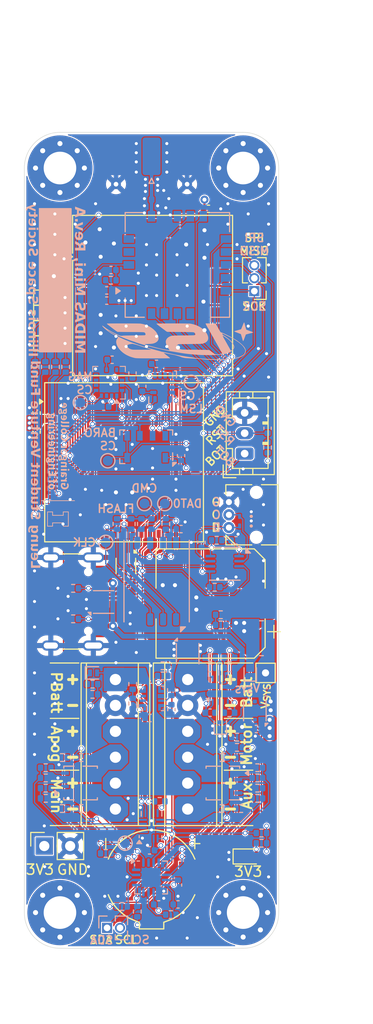
<source format=kicad_pcb>
(kicad_pcb (version 20241229) (generator "pcbnew") (generator_version "9.0")
  (title_block (title "MIDAS Mini MK1") (date "2025-12-01") (rev "A") (company "Illinois Space Society") (comment 4 "Contributors: Thomas McManamen"))
  (layers (0 "F.Cu" signal) (4 "In1.Cu" signal) (6 "In2.Cu" signal) (2 "B.Cu" signal) (13 "F.Paste" user) (15 "B.Paste" user) (5 "F.SilkS" user "F.Silkscreen") (7 "B.SilkS" user "B.Silkscreen") (1 "F.Mask" user) (3 "B.Mask" user) (25 "Edge.Cuts" user))
  (net 0 "")
  (net 1 "GND")
  (net 2 "/BUZZER")
  (net 3 "/RESET_SW")
  (net 4 "Net-(U101-DECAP)")
  (net 5 "+3V3")
  (net 6 "/E22_RESET")
  (net 7 "Net-(U203-SS)")
  (net 8 "/SYS_POWER")
  (net 9 "/VCAP_SENSE")
  (net 10 "Net-(U401-ITIMER)")
  (net 11 "/V_PYRO")
  (net 12 "/VBAT_PYRO")
  (net 13 "Net-(D101-K)")
  (net 14 "/I2C_SDA")
  (net 15 "/I2C_SCL")
  (net 16 "Net-(D104-A)")
  (net 17 "Net-(D105-A)")
  (net 18 "Net-(D106-A)")
  (net 19 "Net-(D107-A)")
  (net 20 "Net-(D203-A)")
  (net 57 "/D-")
  (net 58 "/USB_POWER")
  (net 59 "/D+")
  (net 60 "Net-(J101-CC2)")
  (net 62 "Net-(J101-CC1)")
  (net 64 "/BOOT_SW")
  (net 65 "/SPI_MOSI")
  (net 66 "/SPI_MISO")
  (net 67 "/SPI_SCK")
  (net 68 "/PYRO_B")
  (net 69 "/PYRO_A")
  (net 70 "/PYRO_C")
  (net 71 "/VBAT")
  (net 72 "/PYRO_D")
  (net 73 "/VCAP")
  (net 74 "Net-(Q401A-G1)")
  (net 75 "Net-(Q401B-G2)")
  (net 76 "Net-(Q402B-G2)")
  (net 77 "Net-(Q402A-G1)")
  (net 78 "Net-(U101-ADDR)")
  (net 79 "/PYRO_SENSE")
  (net 80 "/VBAT_SENSE")
  (net 81 "/FLASH_DAT0")
  (net 82 "/FLASH_DAT1")
  (net 83 "/FLASH_DAT2")
  (net 84 "/FLASH_DAT3")
  (net 85 "/FLASH_CMD")
  (net 86 "/LED_RED")
  (net 87 "/LED_ORANGE")
  (net 88 "/LED_GREEN")
  (net 89 "/LED_BLUE")
  (net 90 "Net-(U203-OV1)")
  (net 91 "Net-(U203-OV2)")
  (net 92 "Net-(U203-ILM)")
  (net 93 "Net-(U301-CAP)")
  (net 94 "/I2C_SDA_B2B")
  (net 95 "/I2C_SCL_B2B")
  (net 96 "/Pyro/FIRE_A")
  (net 97 "/Pyro/FIRE_C")
  (net 98 "/Pyro/PYRO_EN")
  (net 99 "/SENSE_A")
  (net 100 "/SENSE_C")
  (net 101 "Net-(U401-ILM)")
  (net 102 "/Pyro/PYRO_PG")
  (net 103 "/Pyro/PGTH")
  (net 104 "/Pyro/FIRE_B")
  (net 105 "/Pyro/FIRE_D")
  (net 106 "/SENSE_B")
  (net 107 "/SENSE_D")
  (net 108 "/EXP_INT")
  (net 109 "/EXP_RESET")
  (net 110 "/MS5611_CS")
  (net 111 "/LSM_CS")
  (net 112 "/FLASH_CLK")
  (net 115 "/USB_D-")
  (net 116 "/USB_D+")
  (net 120 "/E22_DIO3")
  (net 121 "/E22_BUSY")
  (net 122 "/SAM_RESET")
  (net 123 "/E22_CS")
  (net 124 "/E22_DIO1")
  (net 125 "/LSM_INT1")
  (net 126 "/E22_RXEN")
  (net 127 "/LSM_INT2")
  (net 134 "Net-(U106-DIO2)")
  (net 153 "Net-(J105-In)")
  (net 154 "/Power/PMUX_GND")
  (net 156 "/B2B_EN")
  (net 157 "/B2B_READY")
  (net 158 "/MAG_CS")
  (net 159 "/MAG_INT")
  (footprint "LED_SMD:LED_0603_1608Metric" (layer "F.Cu") (at 142.4 72.7)
    (property "Reference" "D105" (hide yes))
    (property "Value" "ORANGE LED")
  )
  (footprint "Connector_PinHeader_1.27mm:PinHeader_1x03_P1.27mm_Vertical" (layer "F.Cu") (at 162.6 70.57 180)
    (property "Reference" "J106" (hide yes))
    (property "Value" "Conn_01x03")
  )
  (footprint "MountingHole:MountingHole_3.2mm_M3_Pad_Via" (layer "F.Cu") (at 161.5 58.5)
    (property "Reference" "H104" (hide yes))
    (property "Value" "M3")
  )
  (footprint "Connector_PinSocket_2.54mm:PinSocket_1x02_P2.54mm_Vertical" (layer "F.Cu") (at 141.96 124.975 90)
    (property "Reference" "J202" (hide yes))
    (property "Value" "Conn_01x02")
  )
  (footprint "LED_SMD:LED_0603_1608Metric" (layer "F.Cu") (at 162 126)
    (property "Reference" "D203" (hide yes))
    (property "Value" "RED LED")
  )
  (footprint "Capacitor_SMD:C_0402_1005Metric" (layer "F.Cu") (at 143.9 68.6 -90)
    (property "Reference" "C114" (hide yes))
    (property "Value" "100nF")
  )
  (footprint "Connector_JST:JST_PH_B3B-PH-K_1x03_P2.00mm_Vertical" (layer "F.Cu") (at 161.65 86.5 90)
    (property "Reference" "J108" (hide yes))
    (property "Value" "Conn_01x03")
  )
  (footprint "Capacitor_SMD:C_0402_1005Metric" (layer "F.Cu") (at 141.2 82.5 90)
    (property "Reference" "C104" (hide yes))
    (property "Value" "22uF")
  )
  (footprint "Capacitor_SMD:C_0402_1005Metric" (layer "F.Cu") (at 158.1 62.5 180)
    (property "Reference" "C113" (hide yes))
    (property "Value" "100nF")
  )
  (footprint "Connector_USB:USB_C_Receptacle_GCT_USB4105-xx-A_16P_TopMnt_Horizontal" (layer "F.Cu") (at 143.675 101 -90)
    (property "Reference" "J101" (hide yes))
    (property "Value" "USB4105-GF-A")
  )
  (footprint "Capacitor_SMD:CP_Elec_10x10.5" (layer "F.Cu") (at 158.3 101.2 180)
    (property "Reference" "C203" (hide yes))
    (property "Value" "100mF")
  )
  (footprint "TerminalBlock_TE-Connectivity:TerminalBlock_TE_282834-6_1x06_P2.54mm_Horizontal" (layer "F.Cu") (at 156.05 121.35 90)
    (property "Reference" "J103" (hide yes))
    (property "Value" "Screw_Terminal_01x06")
  )
  (footprint "LED_SMD:LED_0603_1608Metric" (layer "F.Cu") (at 142.4 75.7)
    (property "Reference" "D107" (hide yes))
    (property "Value" "BLUE LED")
  )
  (footprint "TerminalBlock_TE-Connectivity:TerminalBlock_TE_282834-6_1x06_P2.54mm_Horizontal" (layer "F.Cu") (at 148.95 108.65 -90)
    (property "Reference" "J102" (hide yes))
    (property "Value" "Screw_Terminal_01x06")
  )
  (footprint "RF_GPS:ublox_SAM-M8Q" (layer "F.Cu") (at 152.6 71)
    (property "Reference" "U107" (hide yes))
    (property "Value" "SAM-M10Q")
  )
  (footprint "Connector_Molex_Micro-Lock-Plus:Molex_Micro-Lock_2200980371_1x03_P1.25mm_Horizontal" (layer "F.Cu") (at 162.1 92.5 90)
    (property "Reference" "J104" (hide yes))
    (property "Value" "Conn_01x03")
  )
  (footprint "Buzzer:Buzzer_SMTB-0927-TW-R" (layer "F.Cu") (at 152.5 128 -90)
    (property "Reference" "BZ101" (hide yes))
    (property "Value" "Buzzer")
  )
  (footprint "LED_SMD:LED_0603_1608Metric" (layer "F.Cu") (at 142.4 71.2)
    (property "Reference" "D104" (hide yes))
    (property "Value" "RED LED")
  )
  (footprint "RF_Module:ESP32-S2-MINI-1U" (layer "F.Cu") (at 149.8 87.35)
    (property "Reference" "U103" (hide yes))
    (property "Value" "ESP32-S3-MINI-1U")
  )
  (footprint "MountingHole:MountingHole_3.2mm_M3_Pad_Via" (layer "F.Cu") (at 143.5 131.5)
    (property "Reference" "H102" (hide yes))
    (property "Value" "M3")
  )
  (footprint "TestPoint:TestPoint_THTPad_1.5x1.5mm_Drill0.7mm" (layer "F.Cu") (at 163.7 108)
    (property "Reference" "J201" (hide yes))
    (property "Value" "TestPoint")
  )
  (footprint "Capacitor_SMD:C_0402_1005Metric" (layer "F.Cu") (at 141.2 84.4 -90)
    (property "Reference" "C105" (hide yes))
    (property "Value" "100nF")
  )
  (footprint "LED_SMD:LED_0603_1608Metric" (layer "F.Cu") (at 142.4 74.2)
    (property "Reference" "D106" (hide yes))
    (property "Value" "GREEN LED")
  )
  (footprint "MountingHole:MountingHole_3.2mm_M3_Pad_Via" (layer "F.Cu") (at 161.5 131.5)
    (property "Reference" "H103" (hide yes))
    (property "Value" "M3")
  )
  (footprint "Package_DFN_QFN:ST_UQFN-6L_1.5x1.7mm_P0.5mm" (layer "F.Cu") (at 149.975 97.5125 -90)
    (property "Reference" "U102" (hide yes))
    (property "Value" "ECMF02-2AMX6")
  )
  (footprint "MountingHole:MountingHole_3.2mm_M3_Pad_Via" (layer "F.Cu") (at 143.5 58.5)
    (property "Reference" "H101" (hide yes))
    (property "Value" "M3")
  )
  (footprint "Capacitor_SMD:C_0402_1005Metric" (layer "B.Cu") (at 152.9875 77.7)
    (property "Reference" "C301" (hide yes))
    (property "Value" "100nF")
  )
  (footprint "Resistor_SMD:R_0402_1005Metric" (layer "B.Cu") (at 150.65 111 -90)
    (property "Reference" "R404" (hide yes))
    (property "Value" "100k")
  )
  (footprint "Resistor_SMD:R_0402_1005Metric" (layer "B.Cu") (at 143.7 121.3)
    (property "Reference" "R421" (hide yes))
    (property "Value" "18k")
  )
  (footprint "TestPoint:TestPoint_Pad_D1.0mm" (layer "B.Cu") (at 145.5 81.5)
    (property "Reference" "TP102" (hide yes))
    (property "Value" "TestPoint_Small")
  )
  (footprint "TestPoint:TestPoint_Pad_D1.0mm" (layer "B.Cu") (at 149.9 124.7)
    (property "Reference" "TP101" (hide yes))
    (property "Value" "TestPoint_Small")
  )
  (footprint "Resistor_SMD:R_0402_1005Metric" (layer "B.Cu") (at 146.7 109.1)
    (property "Reference" "R102" (hide yes))
    (property "Value" "560k")
  )
  (footprint "Diode_SMD:D_SOD-882" (layer "B.Cu") (at 162.2 108 90)
    (property "Reference" "D202" (hide yes))
    (property "Value" "SDM05U40CSP")
  )
  (footprint "Capacitor_SMD:C_0402_1005Metric" (layer "B.Cu") (at 163.9 84.01 90)
    (property "Reference" "C112" (hide yes))
    (property "Value" "1uF")
  )
  (footprint "Resistor_SMD:R_0402_1005Metric" (layer "B.Cu") (at 153.3 120.6)
    (property "Reference" "R412" (hide yes))
    (property "Value" "1k")
  )
  (footprint "Resistor_SMD:R_0612_1632Metric" (layer "B.Cu") (at 163.3 104.6)
    (property "Reference" "R206" (hide yes))
    (property "Value" "20")
  )
  (footprint "Resistor_SMD:R_0402_1005Metric" (layer "B.Cu") (at 143.06 78 90)
    (property "Reference" "R123" (hide yes))
    (property "Value" "470")
  )
  (footprint "Capacitor_SMD:C_0402_1005Metric" (layer "B.Cu") (at 155.1 128.8 -90)
    (property "Reference" "C103" (hide yes))
    (property "Value" "1uF")
  )
  (footprint "Resistor_SMD:R_0402_1005Metric" (layer "B.Cu") (at 163.3 124.7 180)
    (property "Reference" "R207" (hide yes))
    (property "Value" "470")
  )
  (footprint "Resistor_SMD:R_0402_1005Metric" (layer "B.Cu") (at 150.65 109.1 -90)
    (property "Reference" "R403" (hide yes))
    (property "Value" "150k")
  )
  (footprint "Capacitor_SMD:C_0402_1005Metric" (layer "B.Cu") (at 155.1 130.7)
    (property "Reference" "C101" (hide yes))
    (property "Value" "1uF")
  )
  (footprint "Capacitor_SMD:C_0402_1005Metric" (layer "B.Cu") (at 160.8 95)
    (property "Reference" "C107" (hide yes))
    (property "Value" "100nF")
  )
  (footprint "RF_Module_Ebyte:E22-400MM22S" (layer "B.Cu") (at 155.04 68)
    (property "Reference" "U106" (hide yes))
    (property "Value" "E22-400MM22S")
  )
  (footprint "Resistor_SMD:R_0402_1005Metric" (layer "B.Cu") (at 162.9 119.3 180)
    (property "Reference" "R416" (hide yes))
    (property "Value" "3.3k")
  )
  (footprint "Resistor_SMD:R_0402_1005Metric" (layer "B.Cu") (at 162.9 120.3 180)
    (property "Reference" "R418" (hide yes))
    (property "Value" "1k")
  )
  (footprint "Inductor_SMD:L_0402_1005Metric" (layer "B.Cu") (at 152.985 61.6)
    (property "Reference" "L101" (hide yes))
    (property "Value" "330nH")
  )
  (footprint "Resistor_SMD:R_0402_1005Metric" (layer "B.Cu") (at 159.2975 103.3 180)
    (property "Reference" "R108" (hide yes))
    (property "Value" "100k")
  )
  (footprint "Capacitor_SMD:C_0402_1005Metric" (layer "B.Cu") (at 152.3 125.4)
    (property "Reference" "C403" (hide yes))
    (property "Value" "100nF")
  )
  (footprint "Resistor_SMD:R_0402_1005Metric" (layer "B.Cu") (at 158.9 95 180)
    (property "Reference" "R115" (hide yes))
    (property "Value" "10k")
  )
  (footprint "Resistor_SMD:R_0402_1005Metric" (layer "B.Cu") (at 142.1 118.3)
    (property "Reference" "R401" (hide yes))
    (property "Value" "3.3k")
  )
  (footprint "Capacitor_SMD:C_0402_1005Metric" (layer "B.Cu") (at 148.52 68.5 180)
    (property "Reference" "C108" (hide yes))
    (property "Value" "100nF")
  )
  (footprint "Capacitor_SMD:C_0402_1005Metric" (layer "B.Cu") (at 151.5875 79.9 90)
    (property "Reference" "C304" (hide yes))
    (property "Value" "100nF")
  )
  (footprint "Resistor_SMD:R_0402_1005Metric" (layer "B.Cu") (at 148.5 69.5 180)
    (property "Reference" "R116" (hide yes))
    (property "Value" "100k")
  )
  (footprint "TestPoint:TestPoint_Pad_D1.0mm" (layer "B.Cu") (at 148.2 87.2)
    (property "Reference" "TP103" (hide yes))
    (property "Value" "TestPoint_Small")
  )
  (footprint "Package_DFN_QFN:UQFN-16_1.8x2.6mm_P0.4mm" (layer "B.Cu") (at 152.5 123)
    (property "Reference" "U402" (hide yes))
    (property "Value" "TCAL9538")
  )
  (footprint "Capacitor_SMD:C_0402_1005Metric" (layer "B.Cu") (at 154.45 111.6 -90)
    (property "Reference" "C401" (hide yes))
    (property "Value" "4.7nF")
  )
  (footprint "Package_SON:Texas_DPY0002A_0.6x1mm_P0.65mm" (layer "B.Cu") (at 161.5 92.65 180)
    (property "Reference" "D103" (hide yes))
    (property "Value" "ESD321")
  )
  (footprint "Capacitor_SMD:C_0402_1005Metric" (layer "B.Cu") (at 148.1 71.5 180)
    (property "Reference" "C111" (hide yes))
    (property "Value" "10nF")
  )
  (footprint "Resistor_SMD:R_0402_1005Metric" (layer "B.Cu") (at 144.8 102.7 180)
    (property "Reference" "R107" (hide yes))
    (property "Value" "5.1k")
  )
  (footprint "Resistor_SMD:R_0402_1005Metric" (layer "B.Cu") (at 142.1 120.3)
    (property "Reference" "R415" (hide yes))
    (property "Value" "3.3k")
  )
  (footprint "Resistor_SMD:R_0402_1005Metric" (layer "B.Cu") (at 153.6 108.3)
    (property "Reference" "R413" (hide yes))
    (property "Value" "150k")
  )
  (footprint "Capacitor_SMD:C_0402_1005Metric" (layer "B.Cu") (at 148.625 77.298)
    (property "Reference" "C303" (hide yes))
    (property "Value" "10uF")
  )
  (footprint "TestPoint:TestPoint_Pad_D1.0mm" (layer "B.Cu") (at 148 95.2)
    (property "Reference" "TP106" (hide yes))
    (property "Value" "TestPoint_Small")
  )
  (footprint "Resistor_SMD:R_0402_1005Metric" (layer "B.Cu") (at 149.1 93.4 90)
    (property "Reference" "R113" (hide yes))
    (property "Value" "50k")
  )
  (footprint "Resistor_SMD:R_0402_1005Metric" (layer "B.Cu") (at 144.06 78 90)
    (property "Reference" "R124" (hide yes))
    (property "Value" "470")
  )
  (footprint "Resistor_SMD:R_0402_1005Metric" (layer "B.Cu") (at 154.4 131.7)
    (property "Reference" "R101" (hide yes))
    (property "Value" "100k")
  )
  (footprint "Resistor_SMD:R_0402_1005Metric" (layer "B.Cu") (at 141.06 78 90)
    (property "Reference" "R121" (hide yes))
    (property "Value" "470")
  )
  (footprint "Logos_ISS:ISS_LOGOV2_tiny" (layer "B.Cu") (at 155.1 75.5 180)
    (property "Reference" "G***" (hide yes))
    (property "Value" "LOGO" (hide yes))
  )
  (footprint "Resistor_SMD:R_0402_1005Metric" (layer "B.Cu") (at 153.9 93.4 90)
    (property "Reference" "R111" (hide yes))
    (property "Value" "50k")
  )
  (footprint "Resistor_SMD:R_0402_1005Metric" (layer "B.Cu") (at 149.6 130.9 180)
    (property "Reference" "R117" (hide yes))
    (property "Value" "4.7k")
  )
  (footprint "Resistor_SMD:R_0402_1005Metric" (layer "B.Cu") (at 142.1 119.3)
    (property "Reference" "R417" (hide yes))
    (property "Value" "1k")
  )
  (footprint "Resistor_SMD:R_0402_1005Metric" (layer "B.Cu") (at 154.45 109.7 90)
    (property "Reference" "R411" (hide yes))
    (property "Value" "820")
  )
  (footprint "Resistor_SMD:R_0402_1005Metric" (layer "B.Cu") (at 145.6 121.3)
    (property "Reference" "R419" (hide yes))
    (property "Value" "100k")
  )
  (footprint "Resistor_SMD:R_0402_1005Metric" (layer "B.Cu") (at 145.6 116.3)
    (property "Reference" "R407" (hide yes))
    (property "Value" "100k")
  )
  (footprint "Package_LGA:LGA-8_8x6.2mm_P1.27mm" (layer "B.Cu") (at 153 99 90)
    (property "Reference" "U104" (hide yes))
    (property "Value" "ZDSD64GLGEAG-R")
  )
  (footprint "Resistor_SMD:R_0402_1005Metric" (layer "B.Cu") (at 159.4 116.3 180)
    (property "Reference" "R408" (hide yes))
    (property "Value" "100k")
  )
  (footprint "Resistor_SMD:R_0402_1005Metric" (layer "B.Cu") (at 162.9 118.3 180)
    (property "Reference" "R406" (hide yes))
    (property "Value" "1k")
  )
  (footprint "Connector_Coaxial:SMA_Molex_73251-2120_EdgeMount_Horizontal" (layer "B.Cu") (at 152.5 57.1 90)
    (property "Reference" "J105" (hide yes))
    (property "Value" "SMA")
  )
  (footprint "Resistor_SMD:R_0402_1005Metric" (layer "B.Cu") (at 161.3 116.3 180)
    (property "Reference" "R410" (hide yes))
    (property "Value" "18k")
  )
  (footprint "Capacitor_SMD:C_0402_1005Metric" (layer "B.Cu") (at 153.2 130.7)
    (property "Reference" "C102" (hide yes))
    (property "Value" "1uF")
  )
  (footprint "Resistor_SMD:R_0402_1005Metric" (layer "B.Cu") (at 158.255 107.5025)
    (property "Reference" "R203" (hide yes))
    (property "Value" "16.9k")
  )
  (footprint "Resistor_SMD:R_0402_1005Metric" (layer "B.Cu") (at 162.9 117.3 180)
    (property "Reference" "R402" (hide yes))
    (property "Value" "3.3k")
  )
  (footprint "Capacitor_SMD:C_0402_1005Metric" (layer "B.Cu") (at 155.4 93.9 180)
    (property "Reference" "C106" (hide yes))
    (property "Value" "100nF")
  )
  (footprint "Capacitor_SMD:C_0402_1005Metric" (layer "B.Cu") (at 147.8 81.9 180)
    (property "Reference" "C302" (hide yes))
    (property "Value" "100nF")
  )
  (footprint "Transistor_FET_Vishay:Vishay_PowerPAK_1212-8_Dual" (layer "B.Cu") (at 159.5075 118.8 180)
    (property "Reference" "Q402" (hide yes))
    (property "Value" "Si7232DN")
  )
  (footprint "Package_SON:WSON-6-1EP_2x2mm_P0.65mm_EP1x1.6mm" (layer "B.Cu") (at 147.7875 101.05)
    (property "Reference" "U201" (hide yes))
    (property "Value" "TVS1800DRV")
  )
  (footprint "Resistor_SMD:R_0402_1005Metric" (layer "B.Cu") (at 153.6 107.3 180)
    (property "Reference" "R414" (hide yes))
    (property "Value" "100k")
  )
  (footprint "Capacitor_SMD:C_0402_1005Metric" (layer "B.Cu") (at 150.625 78.598 90)
    (property "Reference" "C305" (hide yes))
    (property "Value" "100nF")
  )
  (footprint "Connector_PinHeader_1.27mm:PinHeader_1x02_P1.27mm_Vertical" (layer "B.Cu") (at 148.13 133 -90)
    (property "Reference" "J107" (hide yes))
    (property "Value" "Conn_01x02")
  )
  (footprint "Capacitor_SMD:C_0402_1005Metric" (layer "B.Cu") (at 158.255 111.9025)
    (property "Reference" "C201" (hide yes))
    (property "Value" "1uF")
  )
  (footprint "Resistor_SMD:R_0402_1005Metric" (layer "B.Cu") (at 150.5 93.4 90)
    (property "Reference" "R112" (hide yes))
    (property "Value" "50k")
  )
  (footprint "Resistor_SMD:R_0402_1005Metric" (layer "B.Cu") (at 160.9 114.3)
    (property "Reference" "R104" (hide yes))
    (property "Value" "100k")
  )
  (footprint "Resistor_SMD:R_0402_1005Metric" (layer "B.Cu") (at 142.06 78 90)
    (property "Reference" "R122" (hide yes))
    (property "Value" "470")
  )
  (footprint "Package_VQFN:VQFN-HR-RPW0010A" (layer "B.Cu") (at 152.55 110.5)
    (property "Reference" "U401" (hide yes))
    (property "Value" "TPS25947")
  )
  (footprint "Package_SON:Texas_DPY0002A_0.6x1mm_P0.65mm" (layer "B.Cu") (at 161.5 93.6 180)
    (property "Reference" "D102" (hide yes))
    (property "Value" "ESD321")
  )
  (footprint "Resistor_SMD:R_0402_1005Metric" (layer "B.Cu") (at 160.155 107.5025 180)
    (property "Reference" "R201" (hide yes))
    (property "Value" "16.9k")
  )
  (footprint "Package_DFN_QFN:Texas_VQFN-HR-12_2x2.5mm_P0.5mm" (layer "B.Cu") (at 159.25 109.7025)
    (property "Reference" "U203" (hide yes))
    (property "Value" "TPS2121")
  )
  (footprint "TestPoint:TestPoint_Pad_D1.0mm" (layer "B.Cu") (at 156.4 79.5)
    (property "Reference" "TP104" (hide yes))
    (property "Value" "TestPoint_Small")
  )
  (footprint "Package_SON:WSON-6-1EP_2x2mm_P0.65mm_EP1x1.6mm" (layer "B.Cu") (at 162.65 111.7 90)
    (property "Reference" "U204" (hide yes))
    (property "Value" "TPS746-Q1")
  )
  (footprint "Package_LGA:LGA-14_3x2.5mm_P0.5mm_LayoutBorder3x4y" (layer "B.Cu") (at 153.5875 80 90)
    (property "Reference" "U302" (hide yes))
    (property "Value" "LSM6DSV320X")
  )
  (footprint "Capacitor_SMD:C_0402_1005Metric" (layer "B.Cu") (at 157.4 95.2 90)
    (property "Reference" "C109" (hide yes))
    (property "Value" "100nF")
  )
  (footprint "Resistor_SMD:R_0402_1005Metric" (layer "B.Cu") (at 163.9 85.91 -90)
    (property "Reference" "R120" (hide yes))
    (property "Value" "20k")
  )
  (footprint "Resistor_SMD:R_0402_1005Metric" (layer "B.Cu") (at 143.7 116.3)
    (property "Reference" "R409" (hide yes))
    (property "Value" "18k")
  )
  (footprint "Resistor_SMD:R_0402_1005Metric" (layer "B.Cu") (at 152.5 93.4 90)
    (property "Reference" "R110" (hide yes))
    (property "Value" "50k")
  )
  (footprint "Resistor_SMD:R_0402_1005Metric" (layer "B.Cu") (at 160.9 115.3 180)
    (property "Reference" "R105" (hide yes))
    (property "Value" "100k")
  )
  (footprint "Capacitor_SMD:C_0402_1005Metric" (layer "B.Cu") (at 152.35 112.425 180)
    (property "Reference" "C402" (hide yes))
    (property "Value" "4.7uF")
  )
  (footprint "Resistor_SMD:R_0402_1005Metric" (layer "B.Cu") (at 158.255 106.5025 180)
    (property "Reference" "R204" (hide yes))
    (property "Value" "5k")
  )
  (footprint "TestPoint:TestPoint_Pad_D1.0mm" (layer "B.Cu") (at 151.8 91.4)
    (property "Reference" "TP105" (hide yes))
    (property "Value" "TestPoint_Small")
  )
  (footprint "Resistor_SMD:R_0402_1005Metric" (layer "B.Cu") (at 148 125.7)
    (property "Reference" "R423" (hide yes))
    (property "Value" "10k")
  )
  (footprint "Resistor_SMD:R_0402_1005Metric" (layer "B.Cu") (at 151.5 93.4 90)
    (property "Reference" "R114" (hide yes))
    (property "Value" "50k")
  )
  (footprint "Resistor_SMD:R_0402_1005Metric" (layer "B.Cu") (at 151.1 131.4 -90)
    (property "Reference" "R118" (hide yes))
    (property "Value" "4.7k")
  )
  (footprint "Package_LGA:LGA-16_3x3mm_P0.5mm" (layer "B.Cu") (at 148.325 79.55 90)
    (property "Reference" "U301" (hide yes))
    (property "Value" "MMC5983MA")
  )
  (footprint "Resistor_SMD:R_0402_1005Metric" (layer "B.Cu") (at 163.3 123.7)
    (property "Reference" "R424" (hide yes))
    (property "Value" "10k")
  )
  (footprint "TestPoint:TestPoint_Pad_D1.0mm" (layer "B.Cu") (at 153.8 91.4)
    (property "Reference" "TP107" (hide yes))
    (property "Value" "TestPoint_Small")
  )
  (footprint "Capacitor_SMD:C_0402_1005Metric" (layer "B.Cu") (at 148.1 70.5 180)
    (property "Reference" "C110" (hide yes))
    (property "Value" "10uF")
  )
  (footprint "Package_LGA:LGA-8_3x5mm_P1.25mm" (layer "B.Cu") (at 151.975 85.8275 90)
    (property "Reference" "U303" (hide yes))
    (property "Value" "MS5611-01BA")
  )
  (footprint "Capacitor_SMD:C_0402_1005Metric" (layer "B.Cu") (at 162.8 113.5 180)
    (property "Reference" "C204" (hide yes))
    (property "Value" "4.7uF")
  )
  (footprint "Resistor_SMD:R_0402_1005Metric" (layer "B.Cu") (at 142.1 117.3)
    (property "Reference" "R405" (hide yes))
    (property "Value" "1k")
  )
  (footprint "Package_SON:WSON-6-1EP_2x2mm_P0.65mm_EP1x1.6mm" (layer "B.Cu") (at 156.05 106.1125 -90)
    (property "Reference" "U202" (hide yes))
    (property "Value" "TVS1800DRV")
  )
  (footprint "Package_SON:WSON-8-1EP_3x3mm_P0.5mm_EP1.45x2.4mm" (layer "B.Cu") (at 159.7 97.3 180)
    (property "Reference" "U105" (hide yes))
    (property "Value" "TCA4307")
  )
  (footprint "Resistor_SMD:R_0402_1005Metric" (layer "B.Cu") (at 161.3 121.3 180)
    (property "Reference" "R422" (hide yes))
    (property "Value" "18k")
  )
  (footprint "memes:Grainger_smaller" (layer "B.Cu") (at 143.3 87.2 90)
    (property "Reference" "G***" (hide yes))
    (property "Value" "LOGO" (hide yes))
  )
  (footprint "Capacitor_SMD:C_0402_1005Metric" (layer "B.Cu") (at 155.4 86.7 90)
    (property "Reference" "C306" (hide yes))
    (property "Value" "100nF")
  )
  (footprint "Resistor_SMD:R_0402_1005Metric" (layer "B.Cu") (at 146.7 110.1 180)
    (property "Reference" "R103" (hide yes))
    (property "Value" "100k")
  )
  (footprint "Capacitor_SMD:C_0402_1005Metric" (layer "B.Cu") (at 163.8 109.9)
    (property "Reference" "C202" (hide yes))
    (property "Value" "1uF")
  )
  (footprint "Resistor_SMD:R_0402_1005Metric" (layer "B.Cu") (at 159.3 102.3)
    (property "Reference" "R109" (hide yes))
    (property "Value" "100k")
  )
  (footprint "Diode_SMD:D_SOD-882" (layer "B.Cu") (at 159.255 113.2025 90)
    (property "Reference" "D201" (hide yes))
    (property "Value" "BAS116L")
  )
  (footprint "Diode_SMD:D_SOD-882" (layer "B.Cu") (at 146.8 108)
    (property "Reference" "D101" (hide yes))
    (property "Value" "SDM05U40CSP")
  )
  (footprint "Resistor_SMD:R_0402_1005Metric" (layer "B.Cu") (at 158.7 99.6)
    (property "Reference" "R119" (hide yes))
    (property "Value" "10k")
  )
  (footprint "Resistor_SMD:R_0402_1005Metric" (layer "B.Cu") (at 160.155 111.9025 180)
    (property "Reference" "R205" (hide yes))
    (property "Value" "21.5k")
  )
  (footprint "Resistor_SMD:R_0402_1005Metric" (layer "B.Cu") (at 159.4 121.3 180)
    (property "Reference" "R420" (hide yes))
    (property "Value" "100k")
  )
  (footprint "Resistor_SMD:R_0402_1005Metric" (layer "B.Cu") (at 144.8 99.71 180)
    (property "Reference" "R106" (hide yes))
    (property "Value" "5.1k")
  )
  (footprint "Package_DFN_QFN:WQFN-16-1EP_3x3mm_P0.5mm_EP1.68x1.68mm" (layer "B.Cu") (at 152.45 128.0575 -90)
    (property "Reference" "U101" (hide yes))
    (property "Value" "ADS7138-Q1")
  )
  (footprint "Transistor_FET_Vishay:Vishay_PowerPAK_1212-8_Dual" (layer "B.Cu") (at 145.525 118.795)
    (property "Reference" "Q401" (hide yes))
    (property "Value" "Si7232DN")
  )
  (footprint "Resistor_SMD:R_0402_1005Metric" (layer "B.Cu") (at 160.155 106.5025)
    (property "Reference" "R202" (hide yes))
    (property "Value" "5k")
  )
  (gr_line (start 159.85 121.35) (end 160.65 121.35) (stroke (width 0.3)) (layer "F.SilkS"))
  (gr_line (start 145.35 112.46) (end 142.55 112.46) (stroke (width 0.12)) (layer "F.SilkS"))
  (gr_line (start 159.85 116.27) (end 160.65 116.27) (stroke (width 0.3)) (layer "F.SilkS"))
  (gr_line (start 144.75 108.25) (end 144.75 109.05) (stroke (width 0.3)) (layer "F.SilkS"))
  (gr_line (start 144.75 118.41) (end 144.75 119.21) (stroke (width 0.3)) (layer "F.SilkS"))
  (gr_line (start 145.35 122.97) (end 142.55 122.97) (stroke (width 0.12)) (layer "F.SilkS"))
  (gr_line (start 159.85 111.19) (end 160.65 111.19) (stroke (width 0.3)) (layer "F.SilkS"))
  (gr_line (start 159.85 108.65) (end 160.65 108.65) (stroke (width 0.3)) (layer "F.SilkS"))
  (gr_line (start 145.15 108.65) (end 144.35 108.65) (stroke (width 0.3)) (layer "F.SilkS"))
  (gr_line (start 159.65 122.97) (end 162.45 122.97) (stroke (width 0.12)) (layer "F.SilkS"))
  (gr_line (start 144.75 113.33) (end 144.75 114.13) (stroke (width 0.3)) (layer "F.SilkS"))
  (gr_line (start 145.15 118.81) (end 144.35 118.81) (stroke (width 0.3)) (layer "F.SilkS"))
  (gr_line (start 160.25 118.41) (end 160.25 119.21) (stroke (width 0.3)) (layer "F.SilkS"))
  (gr_line (start 160.25 108.25) (end 160.25 109.05) (stroke (width 0.3)) (layer "F.SilkS"))
  (gr_line (start 159.65 107.03) (end 162.45 107.03) (stroke (width 0.12)) (layer "F.SilkS"))
  (gr_line (start 160.25 113.33) (end 160.25 114.13) (stroke (width 0.3)) (layer "F.SilkS"))
  (gr_line (start 145.35 117.54) (end 142.55 117.54) (stroke (width 0.12)) (layer "F.SilkS"))
  (gr_line (start 145.35 107.03) (end 142.55 107.03) (stroke (width 0.12)) (layer "F.SilkS"))
  (gr_line (start 145.15 121.35) (end 144.35 121.35) (stroke (width 0.3)) (layer "F.SilkS"))
  (gr_line (start 159.85 118.81) (end 160.65 118.81) (stroke (width 0.3)) (layer "F.SilkS"))
  (gr_line (start 145.15 113.73) (end 144.35 113.73) (stroke (width 0.3)) (layer "F.SilkS"))
  (gr_line (start 159.65 112.46) (end 162.45 112.46) (stroke (width 0.12)) (layer "F.SilkS"))
  (gr_line (start 145.15 116.27) (end 144.35 116.27) (stroke (width 0.3)) (layer "F.SilkS"))
  (gr_line (start 159.85 113.73) (end 160.65 113.73) (stroke (width 0.3)) (layer "F.SilkS"))
  (gr_line (start 145.15 111.19) (end 144.35 111.19) (stroke (width 0.3)) (layer "F.SilkS"))
  (gr_line (start 159.65 117.54) (end 162.45 117.54) (stroke (width 0.12)) (layer "F.SilkS"))
  (gr_rect (start 141.5 62.5) (end 144.575 76.5) (stroke (width 0.15)) (fill yes) (layer "B.SilkS"))
  (gr_line (start 161.5 135) (end 143.5 135) (stroke (width 0.05)) (layer "Edge.Cuts"))
  (gr_line (start 140 131.5) (end 140 58.5) (stroke (width 0.05)) (layer "Edge.Cuts"))
  (gr_arc (start 140 58.5) (mid 141.025126 56.025126) (end 143.5 55) (stroke (width 0.05)) (layer "Edge.Cuts"))
  (gr_arc (start 165 131.5) (mid 163.974874 133.974874) (end 161.5 135) (stroke (width 0.05)) (layer "Edge.Cuts"))
  (gr_arc (start 143.5 135) (mid 141.025126 133.974874) (end 140 131.5) (stroke (width 0.05)) (layer "Edge.Cuts"))
  (gr_line (start 143.5 55) (end 161.5 55) (stroke (width 0.05)) (layer "Edge.Cuts"))
  (gr_line (start 165 58.5) (end 165 131.5) (stroke (width 0.05)) (layer "Edge.Cuts"))
  (gr_arc (start 161.5 55) (mid 163.974874 56.025126) (end 165 58.5) (stroke (width 0.05)) (layer "Edge.Cuts"))
  (gr_text "Apog" (at 143.15 114.999999 270) (layer "F.SilkS") (effects (font (size 1 1) (thickness 0.2) (bold yes))))
  (gr_text "Batt" (at 161.85 109.92 90) (layer "F.SilkS") (effects (font (size 1 1) (thickness 0.2) (bold yes))))
  (gr_text "C" (at 159.3 92.5 0) (layer "F.SilkS") (effects (font (size 0.8 0.8) (thickness 0.15) (bold yes)) (justify right)))
  (gr_text "3V3" (at 162 126.9 0) (layer "F.SilkS") (effects (font (size 1 1)) (justify top)))
  (gr_text "V_{SYS}" (at 163.7 108.95 90) (layer "F.SilkS") (effects (font (size 0.8 0.8) (thickness 0.15) (bold yes)) (justify right)))
  (gr_text "Aux" (at 161.85 120.08 90) (layer "F.SilkS") (effects (font (size 1 1) (thickness 0.2) (bold yes))))
  (gr_text "G" (at 159.3 91.25 0) (layer "F.SilkS") (effects (font (size 0.8 0.8) (thickness 0.15) (bold yes)) (justify right)))
  (gr_text "PBatt" (at 143.15 109.919999 270) (layer "F.SilkS") (effects (font (size 1 1) (thickness 0.2) (bold yes))))
  (gr_text "Motor" (at 161.85 115 90) (layer "F.SilkS") (effects (font (size 1 1) (thickness 0.2) (bold yes))))
  (gr_text "BOT" (at 160 86.2 45) (layer "F.SilkS") (effects (font (size 0.8 0.8)) (justify right bottom)))
  (gr_text "SPI\nMISO" (at 162.6 67.1 0) (layer "F.SilkS") (effects (font (size 0.8 0.8) (thickness 0.15) (bold yes)) (justify bottom)))
  (gr_text "SDA" (at 147.524524 133.7 0) (layer "F.SilkS") (effects (font (size 0.8 0.8) (thickness 0.15) (bold yes)) (justify top)))
  (gr_text "D" (at 159.3 93.75 0) (layer "F.SilkS") (effects (font (size 0.8 0.8) (thickness 0.15) (bold yes)) (justify right)))
  (gr_text "3V3" (at 141.538571 126.7 0) (layer "F.SilkS") (effects (font (size 1 1)) (justify top)))
  (gr_text "SCL" (at 150.024524 133.7 0) (layer "F.SilkS") (effects (font (size 0.8 0.8) (thickness 0.15) (bold yes)) (justify top)))
  (gr_text "GND" (at 144.738571 126.7 0) (layer "F.SilkS") (effects (font (size 1 1)) (justify top)))
  (gr_text "GND" (at 160 82.2 45) (layer "F.SilkS") (effects (font (size 0.8 0.8)) (justify right bottom)))
  (gr_text "SCK" (at 162.6 71.6 0) (layer "F.SilkS") (effects (font (size 0.8 0.8) (thickness 0.15) (bold yes)) (justify top)))
  (gr_text "Main" (at 143.15 120.079999 270) (layer "F.SilkS") (effects (font (size 1 1) (thickness 0.2) (bold yes))))
  (gr_text "RST" (at 159.99 84.2 45) (layer "F.SilkS") (effects (font (size 0.8 0.8)) (justify right bottom)))
  (gr_text "MAG\nCS" (at 146.8 79.6 0) (layer "B.SilkS") (effects (font (size 0.8 0.8) (thickness 0.15) (bold yes)) (justify left mirror)))
  (gr_text "C" (at 158.4 92.5 0) (layer "B.SilkS") (effects (font (size 0.8 0.8) (thickness 0.15) (bold yes)) (justify right mirror)))
  (gr_text "MIDAS Mini, Rev.A" (at 145.4 69.5 270) (layer "B.SilkS") (effects (font (size 1 1) (thickness 0.22) (bold yes)) (justify mirror)))
  (gr_text "RST" (at 158.51 84.239256 315) (layer "B.SilkS") (effects (font (size 0.8 0.8)) (justify right bottom mirror)))
  (gr_text "CLK" (at 145.9 95.2 0) (layer "B.SilkS") (effects (font (size 0.8 0.8) (thickness 0.15) (bold yes)) (justify mirror)))
  (gr_text "SCL" (at 151.2 133.7 0) (layer "B.SilkS") (effects (font (size 0.8 0.8) (thickness 0.15) (bold yes)) (justify top mirror)))
  (gr_text "SPI\nMISO" (at 162.6 67.1 0) (layer "B.SilkS") (effects (font (size 0.8 0.8) (thickness 0.15) (bold yes)) (justify bottom mirror)))
  (gr_text "DAT0" (at 154.5 91.4 0) (layer "B.SilkS") (effects (font (size 0.8 0.8) (thickness 0.15) (bold yes)) (justify right mirror)))
  (gr_text "BARO\nCS" (at 149.1 85.1 0) (layer "B.SilkS") (effects (font (size 0.8 0.8) (thickness 0.15) (bold yes)) (justify left mirror)))
  (gr_text "Leung Student Venture Fund" (at 140.5 87.587691 270) (layer "B.SilkS") (effects (font (size 0.9 0.9) (thickness 0.225) (bold yes)) (justify bottom mirror)))
  (gr_text "FLASH" (at 149 91.9 0) (layer "B.SilkS") (effects (font (size 0.8 0.8) (thickness 0.15) (bold yes)) (justify mirror)))
  (gr_text "SCK" (at 162.6 71.6 0) (layer "B.SilkS") (effects (font (size 0.8 0.8) (thickness 0.15) (bold yes)) (justify top mirror)))
  (gr_text "Illinois Space Society" (at 140.795444 69.5 270) (layer "B.SilkS") (effects (font (size 0.9 0.9) (thickness 0.2175) (bold yes)) (justify mirror)))
  (gr_text "D" (at 158.4 93.75 0) (layer "B.SilkS") (effects (font (size 0.8 0.8) (thickness 0.15) (bold yes)) (justify right mirror)))
  (gr_text "GND" (at 158.5 82.239256 315) (layer "B.SilkS") (effects (font (size 0.8 0.8)) (justify right bottom mirror)))
  (gr_text "SDA" (at 147.6 133.738962 0) (layer "B.SilkS") (effects (font (size 0.8 0.8) (thickness 0.15) (bold yes)) (justify top mirror)))
  (gr_text "BOT" (at 158.5 86.239256 315) (layer "B.SilkS") (effects (font (size 0.8 0.8)) (justify right bottom mirror)))
  (gr_text "CS\nLSM" (at 155.1375 81.47 0) (layer "B.SilkS") (effects (font (size 0.8 0.8) (thickness 0.15) (bold yes)) (justify right mirror)))
  (gr_text "CMD" (at 151.8 89.9 0) (layer "B.SilkS") (effects (font (size 0.8 0.8) (thickness 0.15) (bold yes)) (justify mirror)))
  (gr_text "G" (at 158.4 91.25 0) (layer "B.SilkS") (effects (font (size 0.8 0.8) (thickness 0.15) (bold yes)) (justify right mirror)))
  (gr_text "V_{SYS}" (at 160.6 109.5 0) (layer "B.SilkS") (effects (font (size 0.8 0.8) (thickness 0.15) (bold yes)) (justify right mirror)))
  (via (at 159.7 114.2) (size 0.45) (drill 0.3) (layers "F.Cu" "B.Cu") (net 1))
  (via (at 151.8 62.2) (size 0.45) (drill 0.3) (layers "F.Cu" "B.Cu") (net 1))
  (via (at 144.3 120.3) (size 0.45) (drill 0.3) (layers "F.Cu" "B.Cu") (net 1))
  (via (at 162 65) (size 0.45) (drill 0.3) (layers "F.Cu" "B.Cu") (net 1))
  (via (at 151 81.2) (size 0.45) (drill 0.3) (layers "F.Cu" "B.Cu") (net 1))
  (via (at 153 71) (size 0.45) (drill 0.3) (layers "F.Cu" "B.Cu") (net 1))
  (via (at 141 110) (size 0.45) (drill 0.3) (layers "F.Cu" "B.Cu") (net 1))
  (via (at 157.7 74.4) (size 0.8) (drill 0.4) (layers "F.Cu" "B.Cu") (net 1))
  (via (at 140.5 72.7) (size 0.45) (drill 0.3) (layers "F.Cu" "B.Cu") (net 1))
  (via (at 161.5 88) (size 0.45) (drill 0.3) (layers "F.Cu" "B.Cu") (net 1))
  (via (at 151.2 68.8) (size 0.45) (drill 0.3) (layers "F.Cu" "B.Cu") (net 1))
  (via (at 154.9 90.1) (size 0.45) (drill 0.3) (layers "F.Cu" "B.Cu") (net 1))
  (via (at 141.9 94.4) (size 0.45) (drill 0.3) (layers "F.Cu" "B.Cu") (net 1))
  (via (at 147.5 74.7) (size 0.8) (drill 0.4) (layers "F.Cu" "B.Cu") (net 1))
  (via (at 158 115) (size 0.45) (drill 0.3) (layers "F.Cu" "B.Cu") (net 1))
  (via (at 156 68) (size 0.45) (drill 0.3) (layers "F.Cu" "B.Cu") (net 1))
  (via (at 146.1 101.7) (size 0.45) (drill 0.3) (layers "F.Cu" "B.Cu") (net 1))
  (via (at 152.6 89) (size 0.45) (drill 0.3) (layers "F.Cu" "B.Cu") (net 1))
  (via (at 159.2 114.2) (size 0.45) (drill 0.3) (layers "F.Cu" "B.Cu") (net 1))
  (via (at 151 73) (size 0.45) (drill 0.3) (layers "F.Cu" "B.Cu") (net 1))
  (via (at 147.9 129.9) (size 0.45) (drill 0.3) (layers "F.Cu" "B.Cu") (net 1))
  (via (at 151.9 60.2) (size 0.45) (drill 0.3) (layers "F.Cu" "B.Cu") (net 1))
  (via (at 153.1 60.2) (size 0.45) (drill 0.3) (layers "F.Cu" "B.Cu") (net 1))
  (via (at 152 71) (size 0.45) (drill 0.3) (layers "F.Cu" "B.Cu") (net 1))
  (via (at 163 76.2) (size 0.45) (drill 0.3) (layers "F.Cu" "B.Cu") (net 1))
  (via (at 164 79) (size 0.45) (drill 0.3) (layers "F.Cu" "B.Cu") (net 1))
  (via (at 158.5 113.9) (size 0.45) (drill 0.3) (layers "F.Cu" "B.Cu") (net 1))
  (via (at 153.7 60.7) (size 0.45) (drill 0.3) (layers "F.Cu" "B.Cu") (net 1))
  (via (at 149 75) (size 0.45) (drill 0.3) (layers "F.Cu" "B.Cu") (net 1))
  (via (at 153 69) (size 0.45) (drill 0.3) (layers "F.Cu" "B.Cu") (net 1))
  (via (at 141 114) (size 0.45) (drill 0.3) (layers "F.Cu" "B.Cu") (net 1))
  (via (at 164 64) (size 0.45) (drill 0.3) (layers "F.Cu" "B.Cu") (net 1))
  (via (at 151 57) (size 0.45) (drill 0.3) (layers "F.Cu" "B.Cu") (net 1))
  (via (at 154.7 106.3) (size 0.45) (drill 0.3) (layers "F.Cu" "B.Cu") (net 1))
  (via (at 151 56.1) (size 0.45) (drill 0.3) (layers "F.Cu" "B.Cu") (net 1))
  (via (at 151 75) (size 0.45) (drill 0.3) (layers "F.Cu" "B.Cu") (net 1))
  (via (at 147.7 81.4) (size 0.45) (drill 0.3) (layers "F.Cu" "B.Cu") (net 1))
  (via (at 159 98.8) (size 0.45) (drill 0.3) (layers "F.Cu" "B.Cu") (net 1))
  (via (at 161 94.4) (size 0.45) (drill 0.3) (layers "F.Cu" "B.Cu") (net 1))
  (via (at 161.4 113.3) (size 0.8) (drill 0.4) (layers "F.Cu" "B.Cu") (net 1))
  (via (at 150 91.5) (size 0.45) (drill 0.3) (layers "F.Cu" "B.Cu") (net 1))
  (via (at 152.6 87.9) (size 0.45) (drill 0.3) (layers "F.Cu" "B.Cu") (net 1))
  (via (at 164 66) (size 0.45) (drill 0.3) (layers "F.Cu" "B.Cu") (net 1))
  (via (at 163.9 82.8) (size 0.45) (drill 0.3) (layers "F.Cu" "B.Cu") (net 1))
  (via (at 140.5 74.2) (size 0.45) (drill 0.3) (layers "F.Cu" "B.Cu") (net 1))
  (via (at 150.4 102.1) (size 0.45) (drill 0.3) (layers "F.Cu" "B.Cu") (net 1))
  (via (at 162 81) (size 0.45) (drill 0.3) (layers "F.Cu" "B.Cu") (net 1))
  (via (at 144.3 79.6) (size 0.45) (drill 0.3) (layers "F.Cu" "B.Cu") (net 1))
  (via (at 149 85) (size 0.45) (drill 0.3) (layers "F.Cu" "B.Cu") (net 1))
  (via (at 144.3 81.1) (size 0.45) (drill 0.3) (layers "F.Cu" "B.Cu") (net 1))
  (via (at 153 67) (size 0.45) (drill 0.3) (layers "F.Cu" "B.Cu") (net 1))
  (via (at 151 58.9) (size 0.45) (drill 0.3) (layers "F.Cu" "B.Cu") (net 1))
  (via (at 163.5 97) (size 0.45) (drill 0.3) (layers "F.Cu" "B.Cu") (net 1))
  (via (at 152.6 86) (size 0.45) (drill 0.3) (layers "F.Cu" "B.Cu") (net 1))
  (via (at 140.5 75.8) (size 0.45) (drill 0.3) (layers "F.Cu" "B.Cu") (net 1))
  (via (at 155 71) (size 0.45) (drill 0.3) (layers "F.Cu" "B.Cu") (net 1))
  (via (at 145.5 92.5) (size 0.45) (drill 0.3) (layers "F.Cu" "B.Cu") (net 1))
  (via (at 156 70) (size 0.45) (drill 0.3) (layers "F.Cu" "B.Cu") (net 1))
  (via (at 154.7 105.7) (size 0.45) (drill 0.3) (layers "F.Cu" "B.Cu") (net 1))
  (via (at 154 76) (size 0.45) (drill 0.3) (layers "F.Cu" "B.Cu") (net 1))
  (via (at 143.3 118.3) (size 0.45) (drill 0.3) (layers "F.Cu" "B.Cu") (net 1))
  (via (at 148.8 76.1) (size 0.8) (drill 0.4) (layers "F.Cu" "B.Cu") (net 1))
  (via (at 154.7 105.1) (size 0.45) (drill 0.3) (layers "F.Cu" "B.Cu") (net 1))
  (via (at 159.5 95.8) (size 0.45) (drill 0.3) (layers "F.Cu" "B.Cu") (net 1))
  (via (at 163.8 76.7) (size 0.45) (drill 0.3) (layers "F.Cu" "B.Cu") (net 1))
  (via (at 158 66) (size 0.45) (drill 0.3) (layers "F.Cu" "B.Cu") (net 1))
  (via (at 144.3 100.5) (size 0.45) (drill 0.3) (layers "F.Cu" "B.Cu") (net 1))
  (via (at 141.96 123) (size 0.45) (drill 0.3) (layers "F.Cu" "B.Cu") (net 1))
  (via (at 161.6 117.2) (size 0.45) (drill 0.3) (layers "F.Cu" "B.Cu") (net 1))
  (via (at 146.1 100.8) (size 0.45) (drill 0.3) (layers "F.Cu" "B.Cu") (net 1))
  (via (at 153.9 62.4) (size 0.45) (drill 0.3) (layers "F.Cu" "B.Cu") (net 1))
  (via (at 149 107) (size 0.45) (drill 0.3) (layers "F.Cu" "B.Cu") (net 1))
  (via (at 160 113.2) (size 0.45) (drill 0.3) (layers "F.Cu" "B.Cu") (net 1))
  (via (at 157.3 105.9) (size 0.45) (drill 0.3) (layers "F.Cu" "B.Cu") (net 1))
  (via (at 152 66) (size 0.45) (drill 0.3) (layers "F.Cu" "B.Cu") (net 1))
  (via (at 144.5 91) (size 0.45) (drill 0.3) (layers "F.Cu" "B.Cu") (net 1))
  (via (at 155 109.7) (size 0.45) (drill 0.3) (layers "F.Cu" "B.Cu") (net 1))
  (via (at 160.8 98.6) (size 0.45) (drill 0.3) (layers "F.Cu" "B.Cu") (net 1))
  (via (at 154 58.9) (size 0.45) (drill 0.3) (layers "F.Cu" "B.Cu") (net 1))
  (via (at 160.1 125.6) (size 0.45) (drill 0.3) (layers "F.Cu" "B.Cu") (net 1))
  (via (at 151.4 121.2) (size 0.45) (drill 0.3) (layers "F.Cu" "B.Cu") (net 1))
  (via (at 145 64) (size 0.45) (drill 0.3) (layers "F.Cu" "B.Cu") (net 1))
  (via (at 164 62) (size 0.45) (drill 0.3) (layers "F.Cu" "B.Cu") (net 1))
  (via (at 156.1 81) (size 0.45) (drill 0.3) (layers "F.Cu" "B.Cu") (net 1))
  (via (at 151.8 61.5) (size 0.45) (drill 0.3) (layers "F.Cu" "B.Cu") (net 1))
  (via (at 154.9 84.6) (size 0.45) (drill 0.3) (layers "F.Cu" "B.Cu") (net 1))
  (via (at 162.7 114.2) (size 0.45) (drill 0.3) (layers "F.Cu" "B.Cu") (net 1))
  (via (at 161.6 78.9) (size 0.45) (drill 0.3) (layers "F.Cu" "B.Cu") (net 1))
  (via (at 160 64) (size 0.45) (drill 0.3) (layers "F.Cu" "B.Cu") (net 1))
  (via (at 148.2 79) (size 0.45) (drill 0.3) (layers "F.Cu" "B.Cu") (net 1))
  (via (at 159.8 98.8) (size 0.45) (drill 0.3) (layers "F.Cu" "B.Cu") (net 1))
  (via (at 146 90) (size 0.45) (drill 0.3) (layers "F.Cu" "B.Cu") (net 1))
  (via (at 159.8 115) (size 0.45) (drill 0.3) (layers "F.Cu" "B.Cu") (net 1))
  (via (at 143.3 102.7) (size 0.45) (drill 0.3) (layers "F.Cu" "B.Cu") (net 1))
  (via (at 141 103.5) (size 0.45) (drill 0.3) (layers "F.Cu" "B.Cu") (net 1))
  (via (at 162 63) (size 0.45) (drill 0.3) (layers "F.Cu" "B.Cu") (net 1))
  (via (at 143 109) (size 0.45) (drill 0.3) (layers "F.Cu" "B.Cu") (net 1))
  (via (at 141 68) (size 0.45) (drill 0.3) (layers "F.Cu" "B.Cu") (net 1))
  (via (at 163.5 89) (size 0.45) (drill 0.3) (layers "F.Cu" "B.Cu") (net 1))
  (via (at 143.9 67.4) (size 0.45) (drill 0.3) (layers "F.Cu" "B.Cu") (net 1))
  (via (at 162.3 92.2) (size 0.45) (drill 0.3) (layers "F.Cu" "B.Cu") (net 1))
  (via (at 159 128) (size 0.45) (drill 0.3) (layers "F.Cu" "B.Cu") (net 1))
  (via (at 153.6 79.6) (size 0.45) (drill 0.3) (layers "F.Cu" "B.Cu") (net 1))
  (via (at 149 105) (size 0.45) (drill 0.3) (layers "F.Cu" "B.Cu") (net 1))
  (via (at 159.3 62.5) (size 0.45) (drill 0.3) (layers "F.Cu" "B.Cu") (net 1))
  (via (at 153.6 99.4) (size 0.8) (drill 0.4) (layers "F.Cu" "B.Cu") (net 1))
  (via (at 143.6 81.8) (size 0.45) (drill 0.3) (layers "F.Cu" "B.Cu") (net 1))
  (via (at 143.4 117) (size 0.45) (drill 0.3) (layers "F.Cu" "B.Cu") (net 1))
  (via (at 150.6 88) (size 0.45) (drill 0.3) (layers "F.Cu" "B.Cu") (net 1))
  (via (at 153.1 60.7) (size 0.45) (drill 0.3) (layers "F.Cu" "B.Cu") (net 1))
  (via (at 157.7 67.3) (size 0.8) (drill 0.4) (layers "F.Cu" "B.Cu") (net 1))
  (via (at 155.1 76.1) (size 0.8) (drill 0.4) (layers "F.Cu" "B.Cu") (net 1))
  (via (at 149 86.1) (size 0.45) (drill 0.3) (layers "F.Cu" "B.Cu") (net 1))
  (via (at 153 134) (size 0.45) (drill 0.3) (layers "F.Cu" "B.Cu") (net 1))
  (via (at 152.5 122.5) (size 0.45) (drill 0.3) (layers "F.Cu" "B.Cu") (net 1))
  (via (at 152 74) (size 0.45) (drill 0.3) (layers "F.Cu" "B.Cu") (net 1))
  (via (at 143 65) (size 0.45) (drill 0.3) (layers "F.Cu" "B.Cu") (net 1))
  (via (at 164 68) (size 0.45) (drill 0.3) (layers "F.Cu" "B.Cu") (net 1))
  (via (at 161.3 120.4) (size 0.45) (drill 0.3) (layers "F.Cu" "B.Cu") (net 1))
  (via (at 153.7 129.4) (size 0.45) (drill 0.3) (layers "F.Cu" "B.Cu") (net 1))
  (via (at 163.5 93.5) (size 0.45) (drill 0.3) (layers "F.Cu" "B.Cu") (net 1))
  (via (at 154 57.9) (size 0.45) (drill 0.3) (layers "F.Cu" "B.Cu") (net 1))
  (via (at 148.8 65.9) (size 0.8) (drill 0.4) (layers "F.Cu" "B.Cu") (net 1))
  (via (at 153.7 130.1) (size 0.45) (drill 0.3) (layers "F.Cu" "B.Cu") (net 1))
  (via (at 157 132) (size 0.45) (drill 0.3) (layers "F.Cu" "B.Cu") (net 1))
  (via (at 152 68) (size 0.45) (drill 0.3) (layers "F.Cu" "B.Cu") (net 1))
  (via (at 151.2 69.8) (size 0.45) (drill 0.3) (layers "F.Cu" "B.Cu") (net 1))
  (via (at 151.6 78.8) (size 0.45) (drill 0.3) (layers "F.Cu" "B.Cu") (net 1))
  (via (at 162 72) (size 0.45) (drill 0.3) (layers "F.Cu" "B.Cu") (net 1))
  (via (at 146.3 127.9) (size 0.45) (drill 0.3) (layers "F.Cu" "B.Cu") (net 1))
  (via (at 150 76) (size 0.45) (drill 0.3) (layers "F.Cu" "B.Cu") (net 1))
  (via (at 151.793598 62.9) (size 0.45) (drill 0.3) (layers "F.Cu" "B.Cu") (net 1))
  (via (at 162 74) (size 0.45) (drill 0.3) (layers "F.Cu" "B.Cu") (net 1))
  (via (at 147 62) (size 0.45) (drill 0.3) (layers "F.Cu" "B.Cu") (net 1))
  (via (at 155.6 131.5) (size 0.45) (drill 0.3) (layers "F.Cu" "B.Cu") (net 1))
  (via (at 143.8 93.4) (size 0.45) (drill 0.3) (layers "F.Cu" "B.Cu") (net 1))
  (via (at 155.4 78.9) (size 0.45) (drill 0.3) (layers "F.Cu" "B.Cu") (net 1))
  (via (at 152.1 124.9) (size 0.45) (drill 0.3) (layers "F.Cu" "B.Cu") (net 1))
  (via (at 151 106) (size 0.45) (drill 0.3) (layers "F.Cu" "B.Cu") (net 1))
  (via (at 152.4 107.3) (size 0.45) (drill 0.3) (layers "F.Cu" "B.Cu") (net 1))
  (via (at 150.7 121.8) (size 0.45) (drill 0.3) (layers "F.Cu" "B.Cu") (net 1))
  (via (at 148.5 79.7) (size 0.45) (drill 0.3) (layers "F.Cu" "B.Cu") (net 1))
  (via (at 162.7 116.4) (size 0.45) (drill 0.3) (layers "F.Cu" "B.Cu") (net 1))
  (via (at 140.5 84.9) (size 0.45) (drill 0.3) (layers "F.Cu" "B.Cu") (net 1))
  (via (at 156.9 101.8) (size 0.8) (drill 0.4) (layers "F.Cu" "B.Cu") (net 1))
  (via (at 154.2 61.5) (size 0.45) (drill 0.3) (layers "F.Cu" "B.Cu") (net 1))
  (via (at 156.9 100.6) (size 0.8) (drill 0.4) (layers "F.Cu" "B.Cu") (net 1))
  (via (at 164 128) (size 0.45) (drill 0.3) (layers "F.Cu" "B.Cu") (net 1))
  (via (at 153.1 62.2) (size 0.45) (drill 0.3) (layers "F.Cu" "B.Cu") (net 1))
  (via (at 160.9 66) (size 0.45) (drill 0.3) (layers "F.Cu" "B.Cu") (net 1))
  (via (at 141 108) (size 0.45) (drill 0.3) (layers "F.Cu" "B.Cu") (net 1))
  (via (at 156.4 95.2) (size 0.45) (drill 0.3) (layers "F.Cu" "B.Cu") (net 1))
  (via (at 147.4 68.9) (size 0.45) (drill 0.3) (layers "F.Cu" "B.Cu") (net 1))
  (via (at 144.3 101.9) (size 0.45) (drill 0.3) (layers "F.Cu" "B.Cu") (net 1))
  (via (at 155.8 93.2) (size 0.45) (drill 0.3) (layers "F.Cu" "B.Cu") (net 1))
  (via (at 149 73) (size 0.45) (drill 0.3) (layers "F.Cu" "B.Cu") (net 1))
  (via (at 155.1 129.9) (size 0.45) (drill 0.3) (layers "F.Cu" "B.Cu") (net 1))
  (via (at 157.9 94.2) (size 0.45) (drill 0.3) (layers "F.Cu" "B.Cu") (net 1))
  (via (at 141 98) (size 0.45) (drill 0.3) (layers "F.Cu" "B.Cu") (net 1))
  (via (at 161.5 90) (size 0.45) (drill 0.3) (layers "F.Cu" "B.Cu") (net 1))
  (via (at 141 112) (size 0.45) (drill 0.3) (layers "F.Cu" "B.Cu") (net 1))
  (via (at 143 63) (size 0.45) (drill 0.3) (layers "F.Cu" "B.Cu") (net 1))
  (via (at 164.204064 111.660785) (size 0.8) (drill 0.4) (layers "F.Cu" "B.Cu") (net 1))
  (via (at 164.2 110.8) (size 0.8) (drill 0.4) (layers "F.Cu" "B.Cu") (net 1))
  (via (at 148 91.5) (size 0.45) (drill 0.3) (layers "F.Cu" "B.Cu") (net 1))
  (via (at 141 70) (size 0.45) (drill 0.3) (layers "F.Cu" "B.Cu") (net 1))
  (via (at 158.5 113.2) (size 0.45) (drill 0.3) (layers "F.Cu" "B.Cu") (net 1))
  (via (at 154 57) (size 0.45) (drill 0.3) (layers "F.Cu" "B.Cu") (net 1))
  (via (at 160.4 117.4) (size 0.45) (drill 0.3) (layers "F.Cu" "B.Cu") (net 1))
  (via (at 150.6 90.3) (size 0.8) (drill 0.4) (layers "F.Cu" "B.Cu") (net 1))
  (via (at 150 74) (size 0.45) (drill 0.3) (layers "F.Cu" "B.Cu") (net 1))
  (via (at 143.6 81.1) (size 0.45) (drill 0.3) (layers "F.Cu" "B.Cu") (net 1))
  (via (at 142 127) (size 0.45) (drill 0.3) (layers "F.Cu" "B.Cu") (net 1))
  (via (at 141 101) (size 0.45) (drill 0.3) (layers "F.Cu" "B.Cu") (net 1))
  (via (at 157.3 105.3) (size 0.45) (drill 0.3) (layers "F.Cu" "B.Cu") (net 1))
  (via (at 152 76) (size 0.45) (drill 0.3) (layers "F.Cu" "B.Cu") (net 1))
  (via (at 143.4 120.4) (size 0.45) (drill 0.3) (layers "F.Cu" "B.Cu") (net 1))
  (via (at 154 56.1) (size 0.45) (drill 0.3) (layers "F.Cu" "B.Cu") (net 1))
  (via (at 153.206402 62.9) (size 0.45) (drill 0.3) (layers "F.Cu" "B.Cu") (net 1))
  (via (at 147 76) (size 0.45) (drill 0.3) (layers "F.Cu" "B.Cu") (net 1))
  (via (at 160.1 126.3) (size 0.45) (drill 0.3) (layers "F.Cu" "B.Cu") (net 1))
  (via (at 151 79.7) (size 0.45) (drill 0.3) (layers "F.Cu" "B.Cu") (net 1))
  (via (at 157.6 71.6) (size 0.8) (drill 0.4) (layers "F.Cu" "B.Cu") (net 1))
  (via (at 153.1 59.6) (size 0.45) (drill 0.3) (layers "F.Cu" "B.Cu") (net 1))
  (via (at 149 90.3) (size 0.8) (drill 0.4) (layers "F.Cu" "B.Cu") (net 1))
  (via (at 143.3 99.7) (size 0.45) (drill 0.3) (layers "F.Cu" "B.Cu") (net 1))
  (via (at 147.6 90.1) (size 0.45) (drill 0.3) (layers "F.Cu" "B.Cu") (net 1))
  (via (at 157.7 64.6) (size 0.8) (drill 0.4) (layers "F.Cu" "B.Cu") (net 1))
  (via (at 156 74) (size 0.45) (drill 0.3) (layers "F.Cu" "B.Cu") (net 1))
  (via (at 156 86.1) (size 0.45) (drill 0.3) (layers "F.Cu" "B.Cu") (net 1))
  (via (at 151 112.2) (size 0.45) (drill 0.3) (layers "F.Cu" "B.Cu") (net 1))
  (via (at 156 134) (size 0.45) (drill 0.3) (layers "F.Cu" "B.Cu") (net 1))
  (via (at 151.9 60.8) (size 0.45) (drill 0.3) (layers "F.Cu" "B.Cu") (net 1))
  (via (at 162.3 93.1) (size 0.45) (drill 0.3) (layers "F.Cu" "B.Cu") (net 1))
  (via (at 150.4 103.2) (size 0.45) (drill 0.3) (layers "F.Cu" "B.Cu") (net 1))
  (via (at 154.9 89) (size 0.45) (drill 0.3) (layers "F.Cu" "B.Cu") (net 1))
  (via (at 160.9 67.4) (size 0.45) (drill 0.3) (layers "F.Cu" "B.Cu") (net 1))
  (via (at 153 75) (size 0.45) (drill 0.3) (layers "F.Cu" "B.Cu") (net 1))
  (via (at 141 62) (size 0.45) (drill 0.3) (layers "F.Cu" "B.Cu") (net 1))
  (via (at 152.5 123.4) (size 0.45) (drill 0.3) (layers "F.Cu" "B.Cu") (net 1))
  (via (at 143 115) (size 0.45) (drill 0.3) (layers "F.Cu" "B.Cu") (net 1))
  (via (at 147.5 72.9) (size 0.8) (drill 0.4) (layers "F.Cu" "B.Cu") (net 1))
  (via (at 150.6 85.6) (size 0.45) (drill 0.3) (layers "F.Cu" "B.Cu") (net 1))
  (via (at 163.5 99) (size 0.45) (drill 0.3) (layers "F.Cu" "B.Cu") (net 1))
  (via (at 151.9 59.6) (size 0.45) (drill 0.3) (layers "F.Cu" "B.Cu") (net 1))
  (via (at 154.8 99.4) (size 0.8) (drill 0.4) (layers "F.Cu" "B.Cu") (net 1))
  (via (at 146.3 127) (size 0.45) (drill 0.3) (layers "F.Cu" "B.Cu") (net 1))
  (via (at 147.5 67.2) (size 0.8) (drill 0.4) (layers "F.Cu" "B.Cu") (net 1))
  (via (at 140.5 71.2) (size 0.45) (drill 0.3) (layers "F.Cu" "B.Cu") (net 1))
  (via (at 163.5 91.5) (size 0.45) (drill 0.3) (layers "F.Cu" "B.Cu") (net 1))
  (via (at 160 62) (size 0.45) (drill 0.3) (layers "F.Cu" "B.Cu") (net 1))
  (via (at 151 57.9) (size 0.45) (drill 0.3) (layers "F.Cu" "B.Cu") (net 1))
  (via (at 147 78.2) (size 0.45) (drill 0.3) (layers "F.Cu" "B.Cu") (net 1))
  (via (at 147.4 64.5) (size 0.8) (drill 0.4) (layers "F.Cu" "B.Cu") (net 1))
  (via (at 143 113) (size 0.45) (drill 0.3) (layers "F.Cu" "B.Cu") (net 1))
  (via (at 150.1 128) (size 0.45) (drill 0.3) (layers "F.Cu" "B.Cu") (net 1))
  (via (at 150.1 122.4) (size 0.45) (drill 0.3) (layers "F.Cu" "B.Cu") (net 1))
  (via (at 143 67) (size 0.45) (drill 0.3) (layers "F.Cu" "B.Cu") (net 1))
  (via (at 152.2 89.9) (size 0.45) (drill 0.3) (layers "F.Cu" "B.Cu") (net 1))
  (via (at 141 64) (size 0.45) (drill 0.3) (layers "F.Cu" "B.Cu") (net 1))
  (via (at 143 111) (size 0.45) (drill 0.3) (layers "F.Cu" "B.Cu") (net 1))
  (via (at 146 65.8) (size 0.8) (drill 0.4) (layers "F.Cu" "B.Cu") (net 1))
  (via (at 164 81) (size 0.45) (drill 0.3) (layers "F.Cu" "B.Cu") (net 1))
  (via (at 149.2 129.9) (size 0.45) (drill 0.3) (layers "F.Cu" "B.Cu") (net 1))
  (via (at 154.333598 63.1) (size 0.45) (drill 0.3) (layers "F.Cu" "B.Cu") (net 1))
  (via (at 155 69) (size 0.45) (drill 0.3) (layers "F.Cu" "B.Cu") (net 1))
  (via (at 161.8 118.7) (size 0.45) (drill 0.3) (layers "F.Cu" "B.Cu") (net 1))
  (via (at 141 66) (size 0.45) (drill 0.3) (layers "F.Cu" "B.Cu") (net 1))
  (via (at 141 116) (size 0.45) (drill 0.3) (layers "F.Cu" "B.Cu") (net 1))
  (via (at 151.6 124.2) (size 0.45) (drill 0.3) (layers "F.Cu" "B.Cu") (net 1))
  (via (at 140.5 82) (size 0.45) (drill 0.3) (layers "F.Cu" "B.Cu") (net 1))
  (via (at 155.9 66) (size 0.8) (drill 0.4) (layers "F.Cu" "B.Cu") (net 1))
  (via (at 155 67) (size 0.45) (drill 0.3) (layers "F.Cu" "B.Cu") (net 1))
  (via (at 149 88) (size 0.45) (drill 0.3) (layers "F.Cu" "B.Cu") (net 1))
  (via (at 161 78.2) (size 0.45) (drill 0.3) (layers "F.Cu" "B.Cu") (net 1))
  (via (at 150.2 120.3) (size 0.45) (drill 0.3) (layers "F.Cu" "B.Cu") (net 1))
  (segment (start 156.725 128) (end 154.5 128) (width 0.127) (layer "F.Cu") (net 2))
  (segment (start 143.85 122.15) (end 143.85 94.35) (width 0.127) (layer "F.Cu") (net 2))
  (segment (start 147.4105 130.4895) (end 145.9 128.979) (width 0.127) (layer "F.Cu") (net 2))
  (segment (start 145.9 124.2) (end 143.85 122.15) (width 0.127) (layer "F.Cu") (net 2))
  (segment (start 154.5 128) (end 152.0105 130.4895) (width 0.127) (layer "F.Cu") (net 2))
  (segment (start 152.0105 130.4895) (end 147.4105 130.4895) (width 0.127) (layer "F.Cu") (net 2))
  (segment (start 145.9 128.979) (end 145.9 124.2) (width 0.127) (layer "F.Cu") (net 2))
  (segment (start 157.6 82) (end 157 81.4) (width 0.127) (layer "F.Cu") (net 3))
  (segment (start 157 81.4) (end 156.8 81.4) (width 0.127) (layer "F.Cu") (net 3))
  (segment (start 157.6 84.5) (end 157.6 82) (width 0.127) (layer "F.Cu") (net 3))
  (via (at 157.6 84.5) (size 0.45) (drill 0.3) (layers "F.Cu" "B.Cu") (net 3))
  (segment (start 157.6 84.5) (end 161.65 84.5) (width 0.127) (layer "B.Cu") (net 3))
  (segment (start 163.89 84.5) (end 163.9 84.49) (width 0.127) (layer "B.Cu") (net 3))
  (segment (start 161.65 84.5) (end 163.89 84.5) (width 0.127) (layer "B.Cu") (net 3))
  (segment (start 163.9 84.49) (end 163.9 85.4) (width 0.127) (layer "B.Cu") (net 3))
  (segment (start 153.9075 128.8075) (end 154.62 129.52) (width 0.127) (layer "B.Cu") (net 4))
  (segment (start 154.62 129.52) (end 154.62 130.7) (width 0.127) (layer "B.Cu") (net 4))
  (segment (start 154.62 130.7) (end 154.62 131.41) (width 0.127) (layer "B.Cu") (net 4))
  (segment (start 154.62 131.41) (end 154.91 131.7) (width 0.127) (layer "B.Cu") (net 4))
  (segment (start 155.5 63.1) (end 154.5 64.1) (width 0.2) (layer "F.Cu") (net 5))
  (segment (start 145.98 69.08) (end 146 69.1) (width 0.2) (layer "F.Cu") (net 5))
  (segment (start 157.7 61.6) (end 157.7 62.42) (width 0.2) (layer "F.Cu") (net 5))
  (segment (start 154.5 64.1) (end 154.5 64.4) (width 0.2) (layer "F.Cu") (net 5))
  (segment (start 142.9 69.1) (end 143.88 69.1) (width 0.2) (layer "F.Cu") (net 5))
  (segment (start 143.9 69.08) (end 145.98 69.08) (width 0.2) (layer "F.Cu") (net 5))
  (segment (start 157.02 63.1) (end 155.5 63.1) (width 0.2) (layer "F.Cu") (net 5))
  (segment (start 143.88 69.1) (end 143.9 69.08) (width 0.2) (layer "F.Cu") (net 5))
  (segment (start 157.62 62.5) (end 157.02 63.1) (width 0.2) (layer "F.Cu") (net 5))
  (segment (start 157.7 62.42) (end 157.62 62.5) (width 0.2) (layer "F.Cu") (net 5))
  (segment (start 154.677331 128.749577) (end 154.7 128.772246) (width 0.127) (layer "F.Cu") (net 5))
  (via (at 149.2 126) (size 0.45) (drill 0.3) (layers "F.Cu" "B.Cu") (net 5))
  (via (at 153.2 131.3) (size 0.45) (drill 0.3) (layers "F.Cu" "B.Cu") (net 5))
  (via (at 150.5 71.5) (size 0.45) (drill 0.3) (layers "F.Cu" "B.Cu") (net 5))
  (via (at 160.3 99.2) (size 0.45) (drill 0.3) (layers "F.Cu" "B.Cu") (net 5))
  (via (at 158.4 95.7) (size 0.45) (drill 0.3) (layers "F.Cu" "B.Cu") (net 5))
  (via (at 149.9 71.5) (size 0.45) (drill 0.3) (layers "F.Cu" "B.Cu") (net 5))
  (via (at 140.5 83) (size 0.45) (drill 0.3) (layers "F.Cu" "B.Cu") (net 5))
  (via (at 164.1 113.4) (size 0.8) (drill 0.4) (layers "F.Cu" "B.Cu") (net 5))
  (via (at 153.416539 124.916539) (size 0.45) (drill 0.3) (layers "F.Cu" "B.Cu") (net 5))
  (via (at 140.5 84) (size 0.45) (drill 0.3) (layers "F.Cu" "B.Cu") (net 5))
  (via (at 163.8 125.5) (size 0.45) (drill 0.3) (layers "F.Cu" "B.Cu") (net 5))
  (via (at 148.4 130.9) (size 0.45) (drill 0.3) (layers "F.Cu" "B.Cu") (net 5))
  (via (at 149.8 92.7) (size 0.45) (drill 0.3) (layers "F.Cu" "B.Cu") (net 5))
  (via (at 154.9 93.1) (size 0.45) (drill 0.3) (layers "F.Cu" "B.Cu") (net 5))
  (via (at 157.7 61.6) (size 0.8) (drill 0.4) (layers "F.Cu" "B.Cu") (net 5))
  (via (at 153.5 121.2) (size 0.45) (drill 0.3) (layers "F.Cu" "B.Cu") (net 5))
  (via (at 142.9 69.1) (size 0.8) (drill 0.4) (layers "F.Cu" "B.Cu") (net 5))
  (via (at 151.1 132.7) (size 0.45) (drill 0.3) (layers "F.Cu" "B.Cu") (net 5))
  (via (at 164.1 114.2) (size 0.8) (drill 0.4) (layers "F.Cu" "B.Cu") (net 5))
  (via (at 149.3 71.5) (size 0.45) (drill 0.3) (layers "F.Cu" "B.Cu") (net 5))
  (via (at 140.5 83.5) (size 0.45) (drill 0.3) (layers "F.Cu" "B.Cu") (net 5))
  (via (at 151.6 81.1) (size 0.45) (drill 0.3) (layers "F.Cu" "B.Cu") (net 5))
  (via (at 154.677331 128.749577) (size 0.45) (drill 0.3) (layers "F.Cu" "B.Cu") (net 5))
  (via (at 148.575 81.4) (size 0.45) (drill 0.3) (layers "F.Cu" "B.Cu") (net 5))
  (via (at 164.1 112.6) (size 0.8) (drill 0.4) (layers "F.Cu" "B.Cu") (net 5))
  (via (at 148.9 79) (size 0.45) (drill 0.3) (layers "F.Cu" "B.Cu") (net 5))
  (via (at 163.8 123) (size 0.45) (drill 0.3) (layers "F.Cu" "B.Cu") (net 5))
  (via (at 155.9 87.9) (size 0.45) (drill 0.3) (layers "F.Cu" "B.Cu") (net 5))
  (via (at 152.3 78.9) (size 0.45) (drill 0.3) (layers "F.Cu" "B.Cu") (net 5))
  (via (at 163.9 87.2) (size 0.45) (drill 0.3) (layers "F.Cu" "B.Cu") (net 5))
  (segment (start 158.3 95.8) (end 158.3 96.55) (width 0.127) (layer "B.Cu") (net 5))
  (segment (start 152.7 125.32) (end 152.78 125.4) (width 0.127) (layer "B.Cu") (net 5))
  (segment (start 163.8 123) (end 163.8 123.69) (width 0.127) (layer "B.Cu") (net 5))
  (segment (start 154.92 94.02) (end 154.905 94.035) (width 0.127) (layer "B.Cu") (net 5))
  (segment (start 149.99 92.89) (end 149.8 92.7) (width 0.127) (layer "B.Cu") (net 5))
  (segment (start 154.9 93.88) (end 154.92 93.9) (width 0.127) (layer "B.Cu") (net 5))
  (segment (start 154.905 94.035) (end 154.905 95.25) (width 0.127) (layer "B.Cu") (net 5))
  (segment (start 163.8 125.5) (end 163.8 124.71) (width 0.127) (layer "B.Cu") (net 5))
  (segment (start 148.575 81.4) (end 148.575 81.605) (width 0.127) (layer "B.Cu") (net 5))
  (segment (start 158.4 95.7) (end 157.42 95.7) (width 0.127) (layer "B.Cu") (net 5))
  (segment (start 150.5 92.89) (end 151.5 92.89) (width 0.127) (layer "B.Cu") (net 5))
  (segment (start 152.933078 125.4) (end 152.78 125.4) (width 0.127) (layer "B.Cu") (net 5))
  (segment (start 155.0875 128.3075) (end 155.1 128.32) (width 0.127) (layer "B.Cu") (net 5))
  (segment (start 148.9 125.7) (end 148.51 125.7) (width 0.127) (layer "B.Cu") (net 5))
  (segment (start 153.81 120.6) (end 153.81 120.89) (width 0.127) (layer "B.Cu") (net 5))
  (segment (start 155.4 87.18) (end 155.28 87.18) (width 0.127) (layer "B.Cu") (net 5))
  (segment (start 148.575 81.605) (end 148.28 81.9) (width 0.127) (layer "B.Cu") (net 5))
  (segment (start 154.9 93.1) (end 154.9 93.88) (width 0.127) (layer "B.Cu") (net 5))
  (segment (start 151.7075 80.5) (end 151.5875 80.38) (width 0.127) (layer "B.Cu") (net 5))
  (segment (start 163.9 87.2) (end 163.9 86.42) (width 0.127) (layer "B.Cu") (net 5))
  (segment (start 159.7 99.6) (end 159.21 99.6) (width 0.127) (layer "B.Cu") (net 5))
  (segment (start 152.8375 78.8375) (end 152.8375 78.03) (width 0.127) (layer "B.Cu") (net 5))
  (segment (start 157.42 95.7) (end 157.4 95.68) (width 0.127) (layer "B.Cu") (net 5))
  (segment (start 152.7 130.68) (end 152.72 130.7) (width 0.127) (layer "B.Cu") (net 5))
  (segment (start 155.9 87.68) (end 155.4 87.18) (width 0.127) (layer "B.Cu") (net 5))
  (segment (start 154.92 93.9) (end 154.92 94.02) (width 0.127) (layer "B.Cu") (net 5))
  (segment (start 149.61 92.89) (end 149.8 92.7) (width 0.127) (layer "B.Cu") (net 5))
  (segment (start 151.6 80.3925) (end 151.5875 80.38) (width 0.127) (layer "B.Cu") (net 5))
  (segment (start 149.1 78.8) (end 149.6 78.8) (width 0.127) (layer "B.Cu") (net 5))
  (segment (start 155.28 87.18) (end 155.0025 86.9025) (width 0.127) (layer "B.Cu") (net 5))
  (segment (start 155.1 128.32) (end 155.1 128.326908) (width 0.127) (layer "B.Cu") (net 5))
  (segment (start 158.39 95.69) (end 158.4 95.7) (width 0.127) (layer "B.Cu") (net 5))
  (segment (start 151.1 132.7) (end 151.1 131.91) (width 0.127) (layer "B.Cu") (net 5))
  (segment (start 148.575 81.4) (end 148.575 80.825) (width 0.127) (layer "B.Cu") (net 5))
  (segment (start 160.3 99.2) (end 160.1 99.2) (width 0.127) (layer "B.Cu") (net 5))
  (segment (start 148.58 70.5) (end 148.58 70.09) (width 0.127) (layer "B.Cu") (net 5))
  (segment (start 153.416539 124.916539) (end 152.933078 125.4) (width 0.127) (layer "B.Cu") (net 5))
  (segment (start 153.9075 128.3075) (end 155.0875 128.3075) (width 0.127) (layer "B.Cu") (net 5))
  (segment (start 152.72 130.7) (end 152.72 130.82) (width 0.127) (layer "B.Cu") (net 5))
  (segment (start 152.8375 78.03) (end 152.5075 77.7) (width 0.127) (layer "B.Cu") (net 5))
  (segment (start 163.8 123.69) (end 163.81 123.7) (width 0.127) (layer "B.Cu") (net 5))
  (segment (start 152.3 78.9) (end 152.775 78.9) (width 0.127) (layer "B.Cu") (net 5))
  (segment (start 163.8 124.71) (end 163.81 124.7) (width 0.127) (layer "B.Cu") (net 5))
  (segment (start 152.775 78.9) (end 152.8375 78.8375) (width 0.127) (layer "B.Cu") (net 5))
  (segment (start 152.7 129.515) (end 152.7 130.68) (width 0.127) (layer "B.Cu") (net 5))
  (segment (start 151.6 81.1) (end 151.6 80.3925) (width 0.127) (layer "B.Cu") (net 5))
  (segment (start 158.39 95) (end 158.39 95.69) (width 0.127) (layer "B.Cu") (net 5))
  (segment (start 153.9 92.89) (end 154.69 92.89) (width 0.127) (layer "B.Cu") (net 5))
  (segment (start 149.2 126) (end 148.9 125.7) (width 0.127) (layer "B.Cu") (net 5))
  (segment (start 155.0025 86.9025) (end 153.85 86.9025) (width 0.127) (layer "B.Cu") (net 5))
  (segment (start 160.1 99.2) (end 159.7 99.6) (width 0.127) (layer "B.Cu") (net 5))
  (segment (start 149.1 92.89) (end 149.61 92.89) (width 0.127) (layer "B.Cu") (net 5))
  (segment (start 150.5 92.89) (end 149.99 92.89) (width 0.127) (layer "B.Cu") (net 5))
  (segment (start 158.4 95.7) (end 158.3 95.8) (width 0.127) (layer "B.Cu") (net 5))
  (segment (start 149.6 78.8) (end 150.347 78.8) (width 0.127) (layer "B.Cu") (net 5))
  (segment (start 154.69 92.89) (end 154.9 93.1) (width 0.127) (layer "B.Cu") (net 5))
  (segment (start 148.4 130.9) (end 149.09 130.9) (width 0.127) (layer "B.Cu") (net 5))
  (segment (start 153.81 120.89) (end 153.5 121.2) (width 0.127) (layer "B.Cu") (net 5))
  (segment (start 148.9 79) (end 149.1 78.8) (width 0.127) (layer "B.Cu") (net 5))
  (segment (start 151.5 92.89) (end 152.5 92.89) (width 0.127) (layer "B.Cu") (net 5))
  (segment (start 152.72 130.82) (end 153.2 131.3) (width 0.127) (layer "B.Cu") (net 5))
  (segment (start 152.675 80.5) (end 151.7075 80.5) (width 0.127) (layer "B.Cu") (net 5))
  (segment (start 148.58 70.09) (end 147.99 69.5) (width 0.127) (layer "B.Cu") (net 5))
  (segment (start 163.81 124.7) (end 163.81 123.7) (width 0.127) (layer "B.Cu") (net 5))
  (segment (start 155.1 128.326908) (end 154.677331 128.749577) (width 0.127) (layer "B.Cu") (net 5))
  (segment (start 152.7 124.25) (end 152.7 125.32) (width 0.127) (layer "B.Cu") (net 5))
  (segment (start 150.347 78.8) (end 150.625 79.078) (width 0.127) (layer "B.Cu") (net 5))
  (segment (start 155.9 87.9) (end 155.9 87.68) (width 0.127) (layer "B.Cu") (net 5))
  (segment (start 144.55 89.05) (end 142.8 89.05) (width 0.127) (layer "F.Cu") (net 6))
  (segment (start 146 79.3) (end 146 87.6) (width 0.127) (layer "F.Cu") (net 6))
  (segment (start 146 87.6) (end 144.55 89.05) (width 0.127) (layer "F.Cu") (net 6))
  (via (at 146 79.3) (size 0.45) (drill 0.3) (layers "F.Cu" "B.Cu") (net 6))
  (segment (start 149 68.1) (end 149 68) (width 0.127) (layer "B.Cu") (net 6))
  (segment (start 149 68.1) (end 149.1 68) (width 0.127) (layer "B.Cu") (net 6))
  (segment (start 149.01 68.51) (end 149 68.5) (width 0.127) (layer "B.Cu") (net 6))
  (segment (start 146 79.3) (end 146 69.7) (width 0.127) (layer "B.Cu") (net 6))
  (segment (start 148.9 68) (end 149 68) (width 0.127) (layer "B.Cu") (net 6))
  (segment (start 149.1 68) (end 150.2672 68) (width 0.127) (layer "B.Cu") (net 6))
  (segment (start 149 68) (end 149.1 68) (width 0.127) (layer "B.Cu") (net 6))
  (segment (start 146 69.7) (end 147.7 68) (width 0.127) (layer "B.Cu") (net 6))
  (segment (start 149 68.1) (end 148.9 68) (width 0.127) (layer "B.Cu") (net 6))
  (segment (start 149.01 69.5) (end 149.01 68.51) (width 0.127) (layer "B.Cu") (net 6))
  (segment (start 149 68.5) (end 149 68.1) (width 0.127) (layer "B.Cu") (net 6))
  (segment (start 147.7 68) (end 148.9 68) (width 0.127) (layer "B.Cu") (net 6))
  (segment (start 159 111.6375) (end 159 110.8525) (width 0.127) (layer "B.Cu") (net 7))
  (segment (start 158.735 111.9025) (end 159 111.6375) (width 0.127) (layer "B.Cu") (net 7))
  (segment (start 160.39 113.038163) (end 161.3 112.128163) (width 0.127) (layer "B.Cu") (net 8))
  (segment (start 161.3 112.128163) (end 161.3 111.5125) (width 0.127) (layer "B.Cu") (net 8))
  (segment (start 161.3 111.5125) (end 162 110.8125) (width 0.127) (layer "B.Cu") (net 8))
  (segment (start 162 110.8125) (end 162 110.4) (width 0.127) (layer "B.Cu") (net 8))
  (segment (start 160.39 114.3) (end 160.39 113.038163) (width 0.127) (layer "B.Cu") (net 8))
  (segment (start 159.2 104.5) (end 159.2 113) (width 0.127) (layer "F.Cu") (net 9))
  (segment (start 158.2 103.5) (end 159.2 104.5) (width 0.127) (layer "F.Cu") (net 9))
  (segment (start 160.7895 122.3105) (end 157.8 125.3) (width 0.127) (layer "F.Cu") (net 9))
  (segment (start 159.2 113) (end 160.7895 114.5895) (width 0.127) (layer "F.Cu") (net 9))
  (segment (start 157.8 125.3) (end 155.5 125.3) (width 0.127) (layer "F.Cu") (net 9))
  (segment (start 160.7895 114.5895) (end 160.7895 122.3105) (width 0.127) (layer "F.Cu") (net 9))
  (via (at 158.2 103.5) (size 0.45) (drill 0.3) (layers "F.Cu" "B.Cu") (net 9))
  (via (at 155.5 125.3) (size 0.45) (drill 0.3) (layers "F.Cu" "B.Cu") (net 9))
  (segment (start 158.79 103.2975) (end 158.7875 103.3) (width 0.127) (layer "B.Cu") (net 9))
  (segment (start 155.5 125.3) (end 153.9075 126.8925) (width 0.127) (layer "B.Cu") (net 9))
  (segment (start 158.7875 103.3) (end 158.4 103.3) (width 0.127) (layer "B.Cu") (net 9))
  (segment (start 158.79 102.3) (end 158.79 103.2975) (width 0.127) (layer "B.Cu") (net 9))
  (segment (start 153.9075 126.8925) (end 153.9075 127.3075) (width 0.127) (layer "B.Cu") (net 9))
  (segment (start 158.4 103.3) (end 158.2 103.5) (width 0.127) (layer "B.Cu") (net 9))
  (segment (start 153.45 111.2) (end 154.37 111.2) (width 0.127) (layer "B.Cu") (net 10))
  (segment (start 154.37 111.2) (end 154.45 111.12) (width 0.127) (layer "B.Cu") (net 10))
  (segment (start 152.8 110.5) (end 152.8 108.59) (width 0.127) (layer "B.Cu") (net 11))
  (segment (start 152.8 108.59) (end 153.09 108.3) (width 0.127) (layer "B.Cu") (net 11))
  (segment (start 148.95 108.65) (end 148.3 108) (width 0.127) (layer "B.Cu") (net 12))
  (segment (start 148.3 108) (end 147.15 108) (width 0.127) (layer "B.Cu") (net 12))
  (segment (start 146.19 109.1) (end 146.19 108.26) (width 0.127) (layer "B.Cu") (net 13))
  (segment (start 146.19 108.26) (end 146.45 108) (width 0.127) (layer "B.Cu") (net 13))
  (segment (start 153.9 124.2) (end 153.9 107.8) (width 0.127) (layer "F.Cu") (net 14))
  (segment (start 150.2 129.7) (end 153.9 126) (width 0.127) (layer "F.Cu") (net 14))
  (segment (start 151.5 94.35) (end 151.5 93.7) (width 0.127) (layer "F.Cu") (net 14))
  (segment (start 151.1 97.3) (end 151.1 95.9) (width 0.127) (layer "F.Cu") (net 14))
  (segment (start 151.1 105) (end 151.1 97.3) (width 0.127) (layer "F.Cu") (net 14))
  (segment (start 153.9 107.8) (end 151.1 105) (width 0.127) (layer "F.Cu") (net 14))
  (segment (start 153.9 126) (end 153.9 124.2) (width 0.127) (layer "F.Cu") (net 14))
  (segment (start 154.5 90.7) (end 154.5 77.6) (width 0.127) (layer "F.Cu") (net 14))
  (segment (start 151.1 95.9) (end 151.5 95.5) (width 0.127) (layer "F.Cu") (net 14))
  (segment (start 151.5 93.7) (end 154.5 90.7) (width 0.127) (layer "F.Cu") (net 14))
  (segment (start 151.5 95.5) (end 151.5 94.35) (width 0.127) (layer "F.Cu") (net 14))
  (via (at 153.9 124.2) (size 0.45) (drill 0.3) (layers "F.Cu" "B.Cu") (net 14))
  (via (at 151.1 97.3) (size 0.45) (drill 0.3) (layers "F.Cu" "B.Cu") (net 14))
  (via (at 150.2 129.7) (size 0.45) (drill 0.3) (layers "F.Cu" "B.Cu") (net 14))
  (segment (start 153.1 124.25) (end 153.85 124.25) (width 0.127) (layer "B.Cu") (net 14))
  (segment (start 150.2 129.7) (end 150.2 130.9) (width 0.127) (layer "B.Cu") (net 14))
  (segment (start 150.2 130.9) (end 148.13 132.97) (width 0.127) (layer "B.Cu") (net 14))
  (segment (start 151.1 97.3) (end 151.35 97.55) (width 0.127) (layer "B.Cu") (net 14))
  (segment (start 150.575001 128.3075) (end 150.9925 128.3075) (width 0.127) (layer "B.Cu") (net 14))
  (segment (start 150.2 128.682501) (end 150.575001 128.3075) (width 0.127) (layer "B.Cu") (net 14))
  (segment (start 148.13 132.97) (end 148.13 133) (width 0.127) (layer "B.Cu") (net 14))
  (segment (start 150.2 129.7) (end 150.2 128.682501) (width 0.127) (layer "B.Cu") (net 14))
  (segment (start 151.35 97.55) (end 158.3 97.55) (width 0.127) (layer "B.Cu") (net 14))
  (segment (start 153.85 124.25) (end 153.9 124.2) (width 0.127) (layer "B.Cu") (net 14))
  (segment (start 160.7 75.8) (end 160.7 73.9) (width 0.127) (layer "F.Cu") (net 15))
  (segment (start 151.6 96.1) (end 152.35 95.35) (width 0.127) (layer "F.Cu") (net 15))
  (segment (start 154.5 123.8) (end 154.5 107.3) (width 0.127) (layer "F.Cu") (net 15))
  (segment (start 155.3 79.7) (end 155.7605 79.2395) (width 0.127) (layer "F.Cu") (net 15))
  (segment (start 157.2605 79.2395) (end 160.7 75.8) (width 0.127) (layer "F.Cu") (net 15))
  (segment (start 154.5 107.3) (end 151.6 104.4) (width 0.127) (layer "F.Cu") (net 15))
  (segment (start 160.7 73.9) (end 159.7 72.9) (width 0.127) (layer "F.Cu") (net 15))
  (segment (start 152.35 95.35) (end 152.35 94.35) (width 0.127) (layer "F.Cu") (net 15))
  (segment (start 155.3 91.2) (end 155.3 79.7) (width 0.127) (layer "F.Cu") (net 15))
  (segment (start 159.7 72.9) (end 159.2 72.9) (width 0.127) (layer "F.Cu") (net 15))
  (segment (start 154.5 123.8) (end 154.5 126.6) (width 0.127) (layer "F.Cu") (net 15))
  (segment (start 152.35 94.35) (end 152.35 94.15) (width 0.127) (layer "F.Cu") (net 15))
  (segment (start 154.5 126.6) (end 151 130.1) (width 0.127) (layer "F.Cu") (net 15))
  (segment (start 151.6 98) (end 151.6 96.1) (width 0.127) (layer "F.Cu") (net 15))
  (segment (start 155.7605 79.2395) (end 157.2605 79.2395) (width 0.127) (layer "F.Cu") (net 15))
  (segment (start 151 130) (end 151 130.1) (width 0.127) (layer "F.Cu") (net 15))
  (segment (start 152.35 94.15) (end 155.3 91.2) (width 0.127) (layer "F.Cu") (net 15))
  (segment (start 151.6 104.4) (end 151.6 98) (width 0.127) (layer "F.Cu") (net 15))
  (via (at 151.6 98) (size 0.45) (drill 0.3) (layers "F.Cu" "B.Cu") (net 15))
  (via (at 154.5 123.8) (size 0.45) (drill 0.3) (layers "F.Cu" "B.Cu") (net 15))
  (via (at 151 130.1) (size 0.45) (drill 0.3) (layers "F.Cu" "B.Cu") (net 15))
  (segment (start 151 130.1) (end 151 130.6) (width 0.127) (layer "B.Cu") (net 15))
  (segment (start 162 98.9) (end 162 97.975001) (width 0.127) (layer "B.Cu") (net 15))
  (segment (start 151 130.6) (end 151 131.09) (width 0.127) (layer "B.Cu") (net 15))
  (segment (start 157.8 100.3) (end 160.6 100.3) (width 0.127) (layer "B.Cu") (net 15))
  (segment (start 154.3 123.6) (end 154.5 123.8) (width 0.127) (layer "B.Cu") (net 15))
  (segment (start 149.4 132.7) (end 149.4 133) (width 0.127) (layer "B.Cu") (net 15))
  (segment (start 161.574999 97.55) (end 161.1 97.55) (width 0.127) (layer "B.Cu") (net 15))
  (segment (start 150.9925 130.0925) (end 150.9925 128.8075) (width 0.127) (layer "B.Cu") (net 15))
  (segment (start 151 130.6) (end 151 131.1) (width 0.127) (layer "B.Cu") (net 15))
  (segment (start 151 131.1) (end 149.4 132.7) (width 0.127) (layer "B.Cu") (net 15))
  (segment (start 155.5 98) (end 157.8 100.3) (width 0.127) (layer "B.Cu") (net 15))
  (segment (start 162 97.975001) (end 161.574999 97.55) (width 0.127) (layer "B.Cu") (net 15))
  (segment (start 160.6 100.3) (end 162 98.9) (width 0.127) (layer "B.Cu") (net 15))
  (segment (start 151 130.1) (end 150.9925 130.0925) (width 0.127) (layer "B.Cu") (net 15))
  (segment (start 151.6 98) (end 155.5 98) (width 0.127) (layer "B.Cu") (net 15))
  (segment (start 153.35 123.6) (end 154.3 123.6) (width 0.127) (layer "B.Cu") (net 15))
  (segment (start 144 71.2) (end 143.1875 71.2) (width 0.127) (layer "F.Cu") (net 16))
  (via (at 144 71.2) (size 0.45) (drill 0.3) (layers "F.Cu" "B.Cu") (net 16))
  (segment (start 141.06 74.14) (end 141.06 77.49) (width 0.127) (layer "B.Cu") (net 16))
  (segment (start 144 71.2) (end 141.06 74.14) (width 0.127) (layer "B.Cu") (net 16))
  (segment (start 144 72.7) (end 143.1875 72.7) (width 0.127) (layer "F.Cu") (net 17))
  (via (at 144 72.7) (size 0.45) (drill 0.3) (layers "F.Cu" "B.Cu") (net 17))
  (segment (start 144 72.7) (end 142.06 74.64) (width 0.127) (layer "B.Cu") (net 17))
  (segment (start 142.06 74.64) (end 142.06 77.49) (width 0.127) (layer "B.Cu") (net 17))
  (segment (start 144 74.2) (end 143.1875 74.2) (width 0.127) (layer "F.Cu") (net 18))
  (via (at 144 74.2) (size 0.45) (drill 0.3) (layers "F.Cu" "B.Cu") (net 18))
  (segment (start 143.06 77.49) (end 143.06 75.14) (width 0.127) (layer "B.Cu") (net 18))
  (segment (start 143.06 75.14) (end 144 74.2) (width 0.127) (layer "B.Cu") (net 18))
  (segment (start 144 75.7) (end 143.1875 75.7) (width 0.127) (layer "F.Cu") (net 19))
  (via (at 144 75.7) (size 0.45) (drill 0.3) (layers "F.Cu" "B.Cu") (net 19))
  (segment (start 144.06 75.74) (end 144.06 77.49) (width 0.127) (layer "B.Cu") (net 19))
  (segment (start 144.02 75.7) (end 144.06 75.74) (width 0.127) (layer "B.Cu") (net 19))
  (segment (start 144 75.7) (end 144.02 75.7) (width 0.127) (layer "B.Cu") (net 19))
  (segment (start 162.8 125.975) (end 162.775 126) (width 0.127) (layer "F.Cu") (net 20))
  (segment (start 162.8 125.3) (end 162.8 125.975) (width 0.127) (layer "F.Cu") (net 20))
  (via (at 162.8 125.3) (size 0.45) (drill 0.3) (layers "F.Cu" "B.Cu") (net 20))
  (segment (start 162.79 125.29) (end 162.8 125.3) (width 0.127) (layer "B.Cu") (net 20))
  (segment (start 162.79 124.7) (end 162.79 125.29) (width 0.127) (layer "B.Cu") (net 20))
  (segment (start 148.283051 100.31555) (end 148.217501 100.25) (width 0.2419) (layer "F.Cu") (net 57))
  (segment (start 149.975 98.818751) (end 150.04055 98.884301) (width 0.2419) (layer "F.Cu") (net 57))
  (segment (start 147.355 101.25) (end 146.780001 101.25) (width 0.2419) (layer "F.Cu") (net 57))
  (segment (start 146.55805 100.471951) (end 146.780001 100.25) (width 0.2419) (layer "F.Cu") (net 57))
  (segment (start 148.923598 100.31555) (end 150.04055 99.198598) (width 0.2419) (layer "F.Cu") (net 57))
  (segment (start 146.780001 101.25) (end 146.55805 101.028049) (width 0.2419) (layer "F.Cu") (net 57))
  (segment (start 148.923598 100.31555) (end 148.283051 100.31555) (width 0.2419) (layer "F.Cu") (net 57))
  (segment (start 146.780001 100.25) (end 147.355 100.25) (width 0.2419) (layer "F.Cu") (net 57))
  (segment (start 148.217501 100.25) (end 147.355 100.25) (width 0.2419) (layer "F.Cu") (net 57))
  (segment (start 149.975 98.2) (end 149.975 98.818751) (width 0.2419) (layer "F.Cu") (net 57))
  (segment (start 146.55805 101.028049) (end 146.55805 100.471951) (width 0.2419) (layer "F.Cu") (net 57))
  (segment (start 150.04055 98.884301) (end 150.04055 99.198598) (width 0.2419) (layer "F.Cu") (net 57))
  (segment (start 147.355 103.4) (end 148.7 103.4) (width 0.5) (layer "F.Cu") (net 58))
  (segment (start 148.1 98.6) (end 148.7 99.2) (width 0.5) (layer "F.Cu") (net 58))
  (segment (start 147.355 98.6) (end 148.1 98.6) (width 0.5) (layer "F.Cu") (net 58))
  (via (at 148.7 103.4) (size 0.8) (drill 0.4) (layers "F.Cu" "B.Cu") (net 58))
  (via (at 148.7 99.2) (size 0.8) (drill 0.4) (layers "F.Cu" "B.Cu") (net 58))
  (segment (start 160.665 109.137499) (end 160.449999 109.3525) (width 0.5) (layer "B.Cu") (net 58))
  (segment (start 160.934999 107.5025) (end 160.665 107.5025) (width 0.5) (layer "B.Cu") (net 58))
  (segment (start 161.4 105.7) (end 161.4 107.037499) (width 0.5) (layer "B.Cu") (net 58))
  (segment (start 161.4 107.037499) (end 160.934999 107.5025) (width 0.5) (layer "B.Cu") (net 58))
  (segment (start 160.1 104.4) (end 161.4 105.7) (width 0.5) (layer "B.Cu") (net 58))
  (segment (start 160.665 107.8) (end 160.665 109.137499) (width 0.5) (layer "B.Cu") (net 58))
  (segment (start 149.7 104.4) (end 160.1 104.4) (width 0.5) (layer "B.Cu") (net 58))
  (segment (start 160.665 107.5025) (end 160.665 107.8) (width 0.5) (layer "B.Cu") (net 58))
  (segment (start 160.934999 107.530001) (end 160.665 107.8) (width 0.5) (layer "B.Cu") (net 58))
  (segment (start 148.7 103.4) (end 149.7 104.4) (width 0.5) (layer "B.Cu") (net 58))
  (segment (start 160.934999 107.5025) (end 160.934999 107.530001) (width 0.5) (layer "B.Cu") (net 58))
  (segment (start 148.7 99.2) (end 148.7 103.4) (width 0.5) (layer "B.Cu") (net 58))
  (segment (start 160.449999 109.3525) (end 159.925 109.3525) (width 0.5) (layer "B.Cu") (net 58))
  (segment (start 147.929999 101.75) (end 148.15195 101.528049) (width 0.2419) (layer "F.Cu") (net 59))
  (segment (start 150.40945 99.351402) (end 150.40945 98.884301) (width 0.2419) (layer "F.Cu") (net 59))
  (segment (start 149.076402 100.68445) (end 150.40945 99.351402) (width 0.2419) (layer "F.Cu") (net 59))
  (segment (start 147.355 100.75) (end 148.217501 100.75) (width 0.2419) (layer "F.Cu") (net 59))
  (segment (start 147.355 101.75) (end 147.929999 101.75) (width 0.2419) (layer "F.Cu") (net 59))
  (segment (start 148.283051 100.68445) (end 149.076402 100.68445) (width 0.2419) (layer "F.Cu") (net 59))
  (segment (start 150.40945 98.884301) (end 150.475 98.818751) (width 0.2419) (layer "F.Cu") (net 59))
  (segment (start 147.929999 100.75) (end 147.355 100.75) (width 0.2419) (layer "F.Cu") (net 59))
  (segment (start 148.15195 101.528049) (end 148.15195 100.971951) (width 0.2419) (layer "F.Cu") (net 59))
  (segment (start 150.475 98.818751) (end 150.475 98.2) (width 0.2419) (layer "F.Cu") (net 59))
  (segment (start 148.217501 100.75) (end 148.283051 100.68445) (width 0.2419) (layer "F.Cu") (net 59))
  (segment (start 148.15195 100.971951) (end 147.929999 100.75) (width 0.2419) (layer "F.Cu") (net 59))
  (segment (start 146.35 102.75) (end 146.3 102.7) (width 0.127) (layer "F.Cu") (net 60))
  (segment (start 147.355 102.75) (end 146.35 102.75) (width 0.127) (layer "F.Cu") (net 60))
  (via (at 146.3 102.7) (size 0.45) (drill 0.3) (layers "F.Cu" "B.Cu") (net 60))
  (segment (start 146.3 102.7) (end 145.31 102.7) (width 0.127) (layer "B.Cu") (net 60))
  (segment (start 146.35 99.75) (end 146.3 99.7) (width 0.127) (layer "F.Cu") (net 62))
  (segment (start 147.355 99.75) (end 146.35 99.75) (width 0.127) (layer "F.Cu") (net 62))
  (via (at 146.3 99.7) (size 0.45) (drill 0.3) (layers "F.Cu" "B.Cu") (net 62))
  (segment (start 146.3 99.7) (end 145.32 99.7) (width 0.127) (layer "B.Cu") (net 62))
  (segment (start 145.32 99.7) (end 145.31 99.71) (width 0.127) (layer "B.Cu") (net 62))
  (segment (start 144.5 84.6) (end 143.85 83.95) (width 0.127) (layer "F.Cu") (net 64))
  (segment (start 143.85 83.95) (end 142.8 83.95) (width 0.127) (layer "F.Cu") (net 64))
  (segment (start 144.5 86.7) (end 144.5 84.6) (width 0.127) (layer "F.Cu") (net 64))
  (via (at 144.5 86.7) (size 0.45) (drill 0.3) (layers "F.Cu" "B.Cu") (net 64))
  (segment (start 145.6 88.4) (end 159.75 88.4) (width 0.127) (layer "B.Cu") (net 64))
  (segment (start 144.5 87.3) (end 145.6 88.4) (width 0.127) (layer "B.Cu") (net 64))
  (segment (start 144.5 86.7) (end 144.5 87.3) (width 0.127) (layer "B.Cu") (net 64))
  (segment (start 159.75 88.4) (end 161.65 86.5) (width 0.127) (layer "B.Cu") (net 64))
  (segment (start 154.9 83) (end 154.9 81.3) (width 0.127) (layer "F.Cu") (net 65))
  (segment (start 149.6 81.8) (end 149.6 83) (width 0.127) (layer "F.Cu") (net 65))
  (segment (start 143.85 85.65) (end 143.9 85.6) (width 0.127) (layer "F.Cu") (net 65))
  (segment (start 142.8 85.65) (end 143.85 85.65) (width 0.127) (layer "F.Cu") (net 65))
  (segment (start 152.6 83) (end 152.6 83.9885) (width 0.127) (layer "F.Cu") (net 65))
  (via (at 149.6 81.8) (size 0.45) (drill 0.3) (layers "F.Cu" "B.Cu") (net 65))
  (via (at 154.9 81.3) (size 0.45) (drill 0.3) (layers "F.Cu" "B.Cu") (net 65))
  (via (at 152.6 83) (size 0.45) (drill 0.3) (layers "F.Cu" "B.Cu") (net 65))
  (via (at 152.6 83.9885) (size 0.45) (drill 0.3) (layers "F.Cu" "B.Cu") (net 65))
  (via (at 143.9 85.6) (size 0.45) (drill 0.3) (layers "F.Cu" "B.Cu") (net 65))
  (via (at 154.9 83) (size 0.45) (drill 0.3) (layers "F.Cu" "B.Cu") (net 65))
  (via (at 149.6 83) (size 0.45) (drill 0.3) (layers "F.Cu" "B.Cu") (net 65))
  (segment (start 149.6 80.3) (end 149.6 81.8) (width 0.127) (layer "B.Cu") (net 65))
  (segment (start 156.8 83) (end 163.5 76.3) (width 0.127) (layer "B.Cu") (net 65))
  (segment (start 163.5 70.2) (end 162.6 69.3) (width 0.127) (layer "B.Cu") (net 65))
  (segment (start 152.6 83.9885) (end 152.6 84.7525) (width 0.127) (layer "B.Cu") (net 65))
  (segment (start 154.9 83) (end 156.8 83) (width 0.127) (layer "B.Cu") (net 65))
  (segment (start 146.5 83) (end 149.6 83) (width 0.127) (layer "B.Cu") (net 65))
  (segment (start 154.9 80.9) (end 154.5 80.5) (width 0.127) (layer "B.Cu") (net 65))
  (segment (start 159.8128 68) (end 161.3 68) (width 0.127) (layer "B.Cu") (net 65))
  (segment (start 161.3 68) (end 162.6 69.3) (width 0.127) (layer "B.Cu") (net 65))
  (segment (start 163.5 76.3) (end 163.5 70.2) (width 0.127) (layer "B.Cu") (net 65))
  (segment (start 143.9 85.6) (end 146.5 83) (width 0.127) (layer "B.Cu") (net 65))
  (segment (start 149.6 83) (end 152.6 83) (width 0.127) (layer "B.Cu") (net 65))
  (segment (start 154.9 81.3) (end 154.9 80.9) (width 0.127) (layer "B.Cu") (net 65))
  (segment (start 152.6 83) (end 154.9 83) (width 0.127) (layer "B.Cu") (net 65))
  (segment (start 143.8 86.5) (end 143.9 86.4) (width 0.127) (layer "F.Cu") (net 66))
  (segment (start 153.9 83.6) (end 153.9 81.9) (width 0.127) (layer "F.Cu") (net 66))
  (segment (start 142.8 86.5) (end 143.8 86.5) (width 0.127) (layer "F.Cu") (net 66))
  (segment (start 146.7 83.6) (end 146.7 81.1) (width 0.127) (layer "F.Cu") (net 66))
  (via (at 146.7 83.6) (size 0.45) (drill 0.3) (layers "F.Cu" "B.Cu") (net 66))
  (via (at 146.7 81.1) (size 0.45) (drill 0.3) (layers "F.Cu" "B.Cu") (net 66))
  (via (at 153.9 81.9) (size 0.45) (drill 0.3) (layers "F.Cu" "B.Cu") (net 66))
  (via (at 153.9 83.6) (size 0.45) (drill 0.3) (layers "F.Cu" "B.Cu") (net 66))
  (via (at 143.9 86.4) (size 0.45) (drill 0.3) (layers "F.Cu" "B.Cu") (net 66))
  (segment (start 154.3375 81.4625) (end 154.3375 81.1625) (width 0.127) (layer "B.Cu") (net 66))
  (segment (start 151.35 84.7525) (end 151.35 83.75) (width 0.127) (layer "B.Cu") (net 66))
  (segment (start 157.5 83.6) (end 164.4 76.7) (width 0.127) (layer "B.Cu") (net 66))
  (segment (start 151.35 83.75) (end 151.5 83.6) (width 0.127) (layer "B.Cu") (net 66))
  (segment (start 153.9 83.6) (end 157.5 83.6) (width 0.127) (layer "B.Cu") (net 66))
  (segment (start 162.6 68.03) (end 161.3 66.73) (width 0.127) (layer "B.Cu") (net 66))
  (segment (start 153.9 81.9) (end 154.3375 81.4625) (width 0.127) (layer "B.Cu") (net 66))
  (segment (start 146.7 81.1) (end 146.7 80.65) (width 0.127) (layer "B.Cu") (net 66))
  (segment (start 146.7 83.6) (end 151.2 83.6) (width 0.127) (layer "B.Cu") (net 66))
  (segment (start 151.35 83.75) (end 151.2 83.6) (width 0.127) (layer "B.Cu") (net 66))
  (segment (start 143.9 86.4) (end 146.7 83.6) (width 0.127) (layer "B.Cu") (net 66))
  (segment (start 164.4 76.7) (end 164.4 69.83) (width 0.127) (layer "B.Cu") (net 66))
  (segment (start 164.4 69.83) (end 162.6 68.03) (width 0.127) (layer "B.Cu") (net 66))
  (segment (start 151.2 83.6) (end 151.5 83.6) (width 0.127) (layer "B.Cu") (net 66))
  (segment (start 146.7 80.65) (end 147.05 80.3) (width 0.127) (layer "B.Cu") (net 66))
  (segment (start 151.5 83.6) (end 153.9 83.6) (width 0.127) (layer "B.Cu") (net 66))
  (segment (start 161.3 66.73) (end 159.8128 66.73) (width 0.127) (layer "B.Cu") (net 66))
  (segment (start 153.3 82.4) (end 153.3 84) (width 0.127) (layer "F.Cu") (net 67))
  (segment (start 142.8 84.8) (end 143.9 84.8) (width 0.127) (layer "F.Cu") (net 67))
  (via (at 153.3 84) (size 0.45) (drill 0.3) (layers "F.Cu" "B.Cu") (net 67))
  (via (at 153.3 82.4) (size 0.45) (drill 0.3) (layers "F.Cu" "B.Cu") (net 67))
  (via (at 143.9 84.8) (size 0.45) (drill 0.3) (layers "F.Cu" "B.Cu") (net 67))
  (segment (start 155.6 82.4) (end 155.6 82.2) (width 0.127) (layer "B.Cu") (net 67))
  (segment (start 149.2 82.4) (end 153.3 82.4) (width 0.127) (layer "B.Cu") (net 67))
  (segment (start 153.3 84) (end 153.7975 84.4975) (width 0.127) (layer "B.Cu") (net 67))
  (segment (start 153.7975 84.7) (end 153.85 84.7525) (width 0.127) (layer "B.Cu") (net 67))
  (segment (start 149.075 82.275) (end 149.2 82.4) (width 0.127) (layer "B.Cu") (net 67))
  (segment (start 143.9 84.8) (end 146.3 82.4) (width 0.127) (layer "B.Cu") (net 67))
  (segment (start 159.8128 70.54) (end 162.57 70.54) (width 0.127) (layer "B.Cu") (net 67))
  (segment (start 162.6 75.9) (end 162.6 70.57) (width 0.127) (layer "B.Cu") (net 67))
  (segment (start 155.6 80.5) (end 155.1 80) (width 0.127) (layer "B.Cu") (net 67))
  (segment (start 155.1 80) (end 154.5 80) (width 0.127) (layer "B.Cu") (net 67))
  (segment (start 148.9 82.4) (end 149.2 82.4) (width 0.127) (layer "B.Cu") (net 67))
  (segment (start 157.35 81.15) (end 162.6 75.9) (width 0.127) (layer "B.Cu") (net 67))
  (segment (start 155.6 82.4) (end 155.8 82.4) (width 0.127) (layer "B.Cu") (net 67))
  (segment (start 149.075 80.825) (end 149.075 82.275) (width 0.127) (layer "B.Cu") (net 67))
  (segment (start 146.3 82.4) (end 148.9 82.4) (width 0.127) (layer "B.Cu") (net 67))
  (segment (start 156.1 82.4) (end 156 82.4) (width 0.127) (layer "B.Cu") (net 67))
  (segment (start 155.6 82.2) (end 155.4 82.4) (width 0.127) (layer "B.Cu") (net 67))
  (segment (start 157.35 81.15) (end 156.1 82.4) (width 0.127) (layer "B.Cu") (net 67))
  (segment (start 148.95 82.4) (end 149.075 82.275) (width 0.127) (layer "B.Cu") (net 67))
  (segment (start 162.57 70.54) (end 162.6 70.57) (width 0.127) (layer "B.Cu") (net 67))
  (segment (start 153.7975 84.4975) (end 153.7975 84.7) (width 0.127) (layer "B.Cu") (net 67))
  (segment (start 153.3 82.4) (end 155.4 82.4) (width 0.127) (layer "B.Cu") (net 67))
  (segment (start 155.6 82.2) (end 155.8 82.4) (width 0.127) (layer "B.Cu") (net 67))
  (segment (start 155.8 82.4) (end 156 82.4) (width 0.127) (layer "B.Cu") (net 67))
  (segment (start 155.4 82.4) (end 155.6 82.4) (width 0.127) (layer "B.Cu") (net 67))
  (segment (start 155.6 82.2) (end 155.6 80.5) (width 0.127) (layer "B.Cu") (net 67))
  (via (at 160.8 103.1) (size 0.8) (drill 0.4) (layers "F.Cu" "B.Cu") (net 73))
  (via (at 161.6 103.9) (size 0.8) (drill 0.4) (layers "F.Cu" "B.Cu") (net 73))
  (via (at 161.6 103.1) (size 0.8) (drill 0.4) (layers "F.Cu" "B.Cu") (net 73))
  (segment (start 160.6 103.3) (end 160.8 103.1) (width 0.127) (layer "B.Cu") (net 73))
  (segment (start 159.8075 103.3) (end 160.6 103.3) (width 0.127) (layer "B.Cu") (net 73))
  (segment (start 144 119.12) (end 142.79 119.12) (width 0.127) (layer "B.Cu") (net 74))
  (segment (start 142.79 119.12) (end 142.61 119.3) (width 0.127) (layer "B.Cu") (net 74))
  (segment (start 144 117.82) (end 143.13 117.82) (width 0.127) (layer "B.Cu") (net 75))
  (segment (start 143.13 117.82) (end 142.61 117.3) (width 0.127) (layer "B.Cu") (net 75))
  (segment (start 161.0325 119.775) (end 161.865 119.775) (width 0.127) (layer "B.Cu") (net 76))
  (segment (start 161.865 119.775) (end 162.39 120.3) (width 0.127) (layer "B.Cu") (net 76))
  (segment (start 161.0325 118.475) (end 161.2075 118.3) (width 0.127) (layer "B.Cu") (net 77))
  (segment (start 161.2075 118.3) (end 162.39 118.3) (width 0.127) (layer "B.Cu") (net 77))
  (segment (start 152.2 130.924508) (end 152.975492 131.7) (width 0.127) (layer "B.Cu") (net 78))
  (segment (start 152.975492 131.7) (end 153.89 131.7) (width 0.127) (layer "B.Cu") (net 78))
  (segment (start 152.2 129.515) (end 152.2 130.924508) (width 0.127) (layer "B.Cu") (net 78))
  (segment (start 151.1 125.5) (end 146.5 120.9) (width 0.127) (layer "F.Cu") (net 79))
  (segment (start 146.5 120.9) (end 146.5 111.2) (width 0.127) (layer "F.Cu") (net 79))
  (via (at 151.1 125.5) (size 0.45) (drill 0.3) (layers "F.Cu" "B.Cu") (net 79))
  (via (at 146.5 111.2) (size 0.45) (drill 0.3) (layers "F.Cu" "B.Cu") (net 79))
  (segment (start 147.21 110.49) (end 147.21 110.1) (width 0.127) (layer "B.Cu") (net 79))
  (segment (start 146.5 111.2) (end 147.21 110.49) (width 0.127) (layer "B.Cu") (net 79))
  (segment (start 151.7 126.1) (end 151.7 126.6) (width 0.127) (layer "B.Cu") (net 79))
  (segment (start 151.1 125.5) (end 151.7 126.1) (width 0.127) (layer "B.Cu") (net 79))
  (segment (start 147.21 109.1) (end 147.21 110.1) (width 0.127) (layer "B.Cu") (net 79))
  (segment (start 155.5 126) (end 158.1 126) (width 0.127) (layer "F.Cu") (net 80))
  (segment (start 158.1 126) (end 162.3105 121.7895) (width 0.127) (layer "F.Cu") (net 80))
  (segment (start 162.3105 115.3895) (end 162.4 115.3) (width 0.127) (layer "F.Cu") (net 80))
  (segment (start 162.3105 121.7895) (end 162.3105 115.3895) (width 0.127) (layer "F.Cu") (net 80))
  (via (at 155.5 126) (size 0.45) (drill 0.3) (layers "F.Cu" "B.Cu") (net 80))
  (via (at 162.4 115.3) (size 0.45) (drill 0.3) (layers "F.Cu" "B.Cu") (net 80))
  (segment (start 155.5 126.632499) (end 154.324999 127.8075) (width 0.127) (layer "B.Cu") (net 80))
  (segment (start 154.324999 127.8075) (end 153.9075 127.8075) (width 0.127) (layer "B.Cu") (net 80))
  (segment (start 161.41 114.3) (end 161.41 115.3) (width 0.127) (layer "B.Cu") (net 80))
  (segment (start 161.41 115.3) (end 162.4 115.3) (width 0.127) (layer "B.Cu") (net 80))
  (segment (start 155.5 126) (end 155.5 126.632499) (width 0.127) (layer "B.Cu") (net 80))
  (segment (start 154.05 95.85) (end 153.3 96.6) (width 0.127) (layer "F.Cu") (net 81))
  (segment (start 154.05 94.35) (end 154.05 95.85) (width 0.127) (layer "F.Cu") (net 81))
  (via (at 153.3 96.6) (size 0.45) (drill 0.3) (layers "F.Cu" "B.Cu") (net 81))
  (segment (start 152.5 93.91) (end 152.89 93.91) (width 0.127) (layer "B.Cu") (net 81))
  (segment (start 152.365 96.065) (end 152.9 96.6) (width 0.127) (layer "B.Cu") (net 81))
  (segment (start 152.365 94.075) (end 152.5 93.94) (width 0.127) (layer "B.Cu") (net 81))
  (segment (start 152.5 93.94) (end 152.5 93.91) (width 0.127) (layer "B.Cu") (net 81))
  (segment (start 152.89 93.91) (end 153.4 93.4) (width 0.127) (layer "B.Cu") (net 81))
  (segment (start 152.365 95.25) (end 152.365 96.065) (width 0.127) (layer "B.Cu") (net 81))
  (segment (start 152.9 96.6) (end 153.3 96.6) (width 0.127) (layer "B.Cu") (net 81))
  (segment (start 153.4 93.4) (end 153.4 91.8) (width 0.127) (layer "B.Cu") (net 81))
  (segment (start 152.365 95.25) (end 152.365 94.075) (width 0.127) (layer "B.Cu") (net 81))
  (segment (start 153.4 91.8) (end 153.8 91.4) (width 0.127) (layer "B.Cu") (net 81))
  (segment (start 154.9 96.1) (end 154.4 96.6) (width 0.127) (layer "F.Cu") (net 82))
  (segment (start 154.9 94.35) (end 154.9 96.1) (width 0.127) (layer "F.Cu") (net 82))
  (via (at 154.4 96.6) (size 0.45) (drill 0.3) (layers "F.Cu" "B.Cu") (net 82))
  (segment (start 153.635 96.135) (end 153.635 95.25) (width 0.127) (layer "B.Cu") (net 82))
  (segment (start 153.635 95.25) (end 153.635 94.345) (width 0.127) (layer "B.Cu") (net 82))
  (segment (start 154.1 96.6) (end 153.635 96.135) (width 0.127) (layer "B.Cu") (net 82))
  (segment (start 153.635 94.345) (end 153.9 94.08) (width 0.127) (layer "B.Cu") (net 82))
  (segment (start 153.9 94.08) (end 153.9 93.91) (width 0.127) (layer "B.Cu") (net 82))
  (segment (start 154.4 96.6) (end 154.1 96.6) (width 0.127) (layer "B.Cu") (net 82))
  (segment (start 148.95 93.85) (end 148.95 94.35) (width 0.127) (layer "F.Cu") (net 83))
  (segment (start 149.4 93.4) (end 148.95 93.85) (width 0.127) (layer "F.Cu") (net 83))
  (segment (start 149.8 93.4) (end 149.4 93.4) (width 0.127) (layer "F.Cu") (net 83))
  (via (at 149.8 93.4) (size 0.45) (drill 0.3) (layers "F.Cu" "B.Cu") (net 83))
  (segment (start 150.2 94.21) (end 150.2 97.3) (width 0.127) (layer "B.Cu") (net 83))
  (segment (start 150.2 97.3) (end 154.905 102.005) (width 0.127) (layer "B.Cu") (net 83))
  (segment (start 150.5 93.91) (end 150.2 94.21) (width 0.127) (layer "B.Cu") (net 83))
  (segment (start 150.31 93.91) (end 149.8 93.4) (width 0.127) (layer "B.Cu") (net 83))
  (segment (start 150.5 93.91) (end 150.31 93.91) (width 0.127) (layer "B.Cu") (net 83))
  (segment (start 154.905 102.005) (end 154.905 102.75) (width 0.127) (layer "B.Cu") (net 83))
  (segment (start 148.1 93.7) (end 148.1 94.35) (width 0.127) (layer "F.Cu") (net 84))
  (via (at 148.1 93.7) (size 0.45) (drill 0.3) (layers "F.Cu" "B.Cu") (net 84))
  (segment (start 149.1 93.91) (end 149.1 97.3) (width 0.127) (layer "B.Cu") (net 84))
  (segment (start 153.635 101.835) (end 153.635 102.75) (width 0.127) (layer "B.Cu") (net 84))
  (segment (start 149.1 93.91) (end 148.31 93.91) (width 0.127) (layer "B.Cu") (net 84))
  (segment (start 148.31 93.91) (end 148.1 93.7) (width 0.127) (layer "B.Cu") (net 84))
  (segment (start 149.1 97.3) (end 153.635 101.835) (width 0.127) (layer "B.Cu") (net 84))
  (segment (start 153.2 95.7) (end 152.3 96.6) (width 0.127) (layer "F.Cu") (net 85))
  (segment (start 153.2 94.35) (end 153.2 95.7) (width 0.127) (layer "F.Cu") (net 85))
  (via (at 152.3 96.6) (size 0.45) (drill 0.3) (layers "F.Cu" "B.Cu") (net 85))
  (segment (start 152.737298 93.4) (end 153.1 93.037298) (width 0.127) (layer "B.Cu") (net 85))
  (segment (start 151.095 96.095) (end 151.6 96.6) (width 0.127) (layer "B.Cu") (net 85))
  (segment (start 153.1 92.4) (end 152.1 91.4) (width 0.127) (layer "B.Cu") (net 85))
  (segment (start 153.1 93.037298) (end 153.1 92.4) (width 0.127) (layer "B.Cu") (net 85))
  (segment (start 151.095 95.25) (end 151.095 96.095) (width 0.127) (layer "B.Cu") (net 85))
  (segment (start 151.5 93.91) (end 151.2 93.91) (width 0.127) (layer "B.Cu") (net 85))
  (segment (start 152.1 91.4) (end 151.8 91.4) (width 0.127) (layer "B.Cu") (net 85))
  (segment (start 151.6 96.6) (end 152.3 96.6) (width 0.127) (layer "B.Cu") (net 85))
  (segment (start 151.2 93.91) (end 151.095 94.015) (width 0.127) (layer "B.Cu") (net 85))
  (segment (start 152.01 93.4) (end 152.737298 93.4) (width 0.127) (layer "B.Cu") (net 85))
  (segment (start 151.5 93.91) (end 152.01 93.4) (width 0.127) (layer "B.Cu") (net 85))
  (segment (start 151.095 94.015) (end 151.095 95.25) (width 0.127) (layer "B.Cu") (net 85))
  (segment (start 141 92.4) (end 141.9 93.3) (width 0.127) (layer "F.Cu") (net 86))
  (segment (start 141.9 93.3) (end 142.8 93.3) (width 0.127) (layer "F.Cu") (net 86))
  (via (at 141 92.4) (size 0.45) (drill 0.3) (layers "F.Cu" "B.Cu") (net 86))
  (segment (start 141 78.57) (end 141.06 78.51) (width 0.127) (layer "B.Cu") (net 86))
  (segment (start 141 92.4) (end 141 78.57) (width 0.127) (layer "B.Cu") (net 86))
  (segment (start 142.35 92.45) (end 142.8 92.45) (width 0.127) (layer "F.Cu") (net 87))
  (segment (start 141.7 91.8) (end 142.35 92.45) (width 0.127) (layer "F.Cu") (net 87))
  (via (at 141.7 91.8) (size 0.45) (drill 0.3) (layers "F.Cu" "B.Cu") (net 87))
  (segment (start 141.7 91.8) (end 141.7 78.87) (width 0.127) (layer "B.Cu") (net 87))
  (segment (start 141.7 78.87) (end 142.06 78.51) (width 0.127) (layer "B.Cu") (net 87))
  (segment (start 142.8 91.6) (end 142.59319 91.6) (width 0.127) (layer "F.Cu") (net 88))
  (segment (start 142.59319 91.6) (end 142.196973 91.203783) (width 0.127) (layer "F.Cu") (net 88))
  (via (at 142.196973 91.203783) (size 0.45) (drill 0.3) (layers "F.Cu" "B.Cu") (net 88))
  (segment (start 142.4 79.17) (end 143.06 78.51) (width 0.127) (layer "B.Cu") (net 88))
  (segment (start 142.4 91.000756) (end 142.4 79.17) (width 0.127) (layer "B.Cu") (net 88))
  (segment (start 142.196973 91.203783) (end 142.4 91.000756) (width 0.127) (layer "B.Cu") (net 88))
  (segment (start 143.05 90.75) (end 143.4 90.4) (width 0.127) (layer "F.Cu") (net 89))
  (segment (start 142.8 90.75) (end 143.05 90.75) (width 0.127) (layer "F.Cu") (net 89))
  (via (at 143.4 90.4) (size 0.45) (drill 0.3) (layers "F.Cu" "B.Cu") (net 89))
  (segment (start 143.4 90.4) (end 143.1 90.1) (width 0.127) (layer "B.Cu") (net 89))
  (segment (start 143.1 90.1) (end 143.1 79.47) (width 0.127) (layer "B.Cu") (net 89))
  (segment (start 143.1 79.47) (end 144.06 78.51) (width 0.127) (layer "B.Cu") (net 89))
  (segment (start 159.5 108.5525) (end 159.5 107.6475) (width 0.127) (layer "B.Cu") (net 90))
  (segment (start 159.645 106.5025) (end 159.645 107.5025) (width 0.127) (layer "B.Cu") (net 90))
  (segment (start 159.5 107.6475) (end 159.645 107.5025) (width 0.127) (layer "B.Cu") (net 90))
  (segment (start 158.765 106.5025) (end 158.765 107.5025) (width 0.127) (layer "B.Cu") (net 91))
  (segment (start 159 108.5525) (end 159 107.7375) (width 0.127) (layer "B.Cu") (net 91))
  (segment (start 159 107.7375) (end 158.765 107.5025) (width 0.127) (layer "B.Cu") (net 91))
  (segment (start 159.5 110.8525) (end 159.5 111.7575) (width 0.127) (layer "B.Cu") (net 92))
  (segment (start 159.5 111.7575) (end 159.645 111.9025) (width 0.127) (layer "B.Cu") (net 92))
  (segment (start 148.075 78.275) (end 148.075 77.368) (width 0.127) (layer "B.Cu") (net 93))
  (segment (start 148.075 77.368) (end 148.145 77.298) (width 0.127) (layer "B.Cu") (net 93))
  (segment (start 157.825001 97.05) (end 156.925501 96.1505) (width 0.127) (layer "B.Cu") (net 94))
  (segment (start 156.9255 96.1505) (end 156.9255 94.449992) (width 0.127) (layer "B.Cu") (net 94))
  (segment (start 160.1 93.75) (end 161 93.75) (width 0.127) (layer "B.Cu") (net 94))
  (segment (start 157.825001 97.05) (end 158.3 97.05) (width 0.127) (layer "B.Cu") (net 94))
  (segment (start 157.625492 93.75) (end 160.1 93.75) (width 0.127) (layer "B.Cu") (net 94))
  (segment (start 156.925501 96.1505) (end 156.9255 96.1505) (width 0.127) (layer "B.Cu") (net 94))
  (segment (start 161 93.75) (end 161.15 93.6) (width 0.127) (layer "B.Cu") (net 94))
  (segment (start 156.9255 94.449992) (end 157.625492 93.75) (width 0.127) (layer "B.Cu") (net 94))
  (segment (start 160.1 92.5) (end 161 92.5) (width 0.127) (layer "B.Cu") (net 95))
  (segment (start 161.4645 92.9645) (end 161.15 92.65) (width 0.127) (layer "B.Cu") (net 95))
  (segment (start 161.1 97.05) (end 161.574999 97.05) (width 0.127) (layer "B.Cu") (net 95))
  (segment (start 161.9 94.56775) (end 161.4645 94.13225) (width 0.127) (layer "B.Cu") (net 95))
  (segment (start 161.574999 97.05) (end 161.9 96.724999) (width 0.127) (layer "B.Cu") (net 95))
  (segment (start 161 92.5) (end 161.15 92.65) (width 0.127) (layer "B.Cu") (net 95))
  (segment (start 161.9 96.724999) (end 161.9 94.56775) (width 0.127) (layer "B.Cu") (net 95))
  (segment (start 161.4645 94.13225) (end 161.4645 92.9645) (width 0.127) (layer "B.Cu") (net 95))
  (segment (start 141 118.89) (end 141.59 118.3) (width 0.127) (layer "B.Cu") (net 96))
  (segment (start 141 120.7) (end 141 118.89) (width 0.127) (layer "B.Cu") (net 96))
  (segment (start 151.65 123.2) (end 143.5 123.2) (width 0.127) (layer "B.Cu") (net 96))
  (segment (start 141.59 118.3) (end 141.59 117.3) (width 0.127) (layer "B.Cu") (net 96))
  (segment (start 143.5 123.2) (end 141 120.7) (width 0.127) (layer "B.Cu") (net 96))
  (segment (start 153.35 122.8) (end 154.495075 122.8) (width 0.127) (layer "B.Cu") (net 97))
  (segment (start 163.41 117.3) (end 163.41 118.3) (width 0.127) (layer "B.Cu") (net 97))
  (segment (start 164 120.7) (end 164 118.89) (width 0.127) (layer "B.Cu") (net 97))
  (segment (start 154.895075 123.2) (end 161.5 123.2) (width 0.127) (layer "B.Cu") (net 97))
  (segment (start 161.5 123.2) (end 164 120.7) (width 0.127) (layer "B.Cu") (net 97))
  (segment (start 154.495075 122.8) (end 154.895075 123.2) (width 0.127) (layer "B.Cu") (net 97))
  (segment (start 164 118.89) (end 163.41 118.3) (width 0.127) (layer "B.Cu") (net 97))
  (segment (start 151.5 111.8) (end 151.3 111.6) (width 0.127) (layer "F.Cu") (net 98))
  (segment (start 151.5 120.6) (end 151.5 111.8) (width 0.127) (layer "F.Cu") (net 98))
  (via (at 151.5 120.6) (size 0.45) (drill 0.3) (layers "F.Cu" "B.Cu") (net 98))
  (via (at 151.3 111.6) (size 0.45) (drill 0.3) (layers "F.Cu" "B.Cu") (net 98))
  (segment (start 150.65 109.61) (end 150.65 110.49) (width 0.127) (layer "B.Cu") (net 98))
  (segment (start 150.65 110.49) (end 151.36 111.2) (width 0.127) (layer "B.Cu") (net 98))
  (segment (start 151.3 111.26) (end 151.36 111.2) (width 0.127) (layer "B.Cu") (net 98))
  (segment (start 151.3 111.6) (end 151.3 111.26) (width 0.127) (layer "B.Cu") (net 98))
  (segment (start 151.9 121.75) (end 151.9 121) (width 0.127) (layer "B.Cu") (net 98))
  (segment (start 151.9 121) (end 151.5 120.6) (width 0.127) (layer "B.Cu") (net 98))
  (segment (start 151.36 111.2) (end 151.65 111.2) (width 0.127) (layer "B.Cu") (net 98))
  (segment (start 145.6 121.6) (end 150.2 126.2) (width 0.127) (layer "F.Cu") (net 99))
  (segment (start 145.6 115.4) (end 145.6 121.6) (width 0.127) (layer "F.Cu") (net 99))
  (via (at 150.2 126.2) (size 0.45) (drill 0.3) (layers "F.Cu" "B.Cu") (net 99))
  (via (at 145.6 115.4) (size 0.45) (drill 0.3) (layers "F.Cu" "B.Cu") (net 99))
  (segment (start 145.09 116.3) (end 144.21 116.3) (width 0.127) (layer "B.Cu") (net 99))
  (segment (start 145.6 115.4) (end 145.09 115.91) (width 0.127) (layer "B.Cu") (net 99))
  (segment (start 150.2 126.2) (end 150.2 127.432499) (width 0.127) (layer "B.Cu") (net 99))
  (segment (start 150.575001 127.8075) (end 150.9925 127.8075) (width 0.127) (layer "B.Cu") (net 99))
  (segment (start 145.09 115.91) (end 145.09 116.3) (width 0.127) (layer "B.Cu") (net 99))
  (segment (start 150.2 127.432499) (end 150.575001 127.8075) (width 0.127) (layer "B.Cu") (net 99))
  (segment (start 156.9 124.1) (end 159.5 121.5) (width 0.127) (layer "F.Cu") (net 100))
  (segment (start 159.5 121.5) (end 159.5 115.5) (width 0.127) (layer "F.Cu") (net 100))
  (segment (start 156.5 124.1) (end 156.9 124.1) (width 0.127) (layer "F.Cu") (net 100))
  (via (at 159.5 115.5) (size 0.45) (drill 0.3) (layers "F.Cu" "B.Cu") (net 100))
  (via (at 156.5 124.1) (size 0.45) (drill 0.3) (layers "F.Cu" "B.Cu") (net 100))
  (segment (start 159.5 115.5) (end 159.91 115.91) (width 0.127) (layer "B.Cu") (net 100))
  (segment (start 153.577876 125.306039) (end 153.576462 125.306039) (width 0.127) (layer "B.Cu") (net 100))
  (segment (start 153.2245 125.700008) (end 153.050008 125.8745) (width 0.127) (layer "B.Cu") (net 100))
  (segment (start 153.2245 125.658001) (end 153.2245 125.700008) (width 0.127) (layer "B.Cu") (net 100))
  (segment (start 152.7 126.182501) (end 152.7 126.6) (width 0.127) (layer "B.Cu") (net 100))
  (segment (start 153.576462 125.306039) (end 153.2245 125.658001) (width 0.127) (layer "B.Cu") (net 100))
  (segment (start 153.806039 125.076462) (end 153.806039 125.077876) (width 0.127) (layer "B.Cu") (net 100))
  (segment (start 154.782501 124.1) (end 153.806039 125.076462) (width 0.127) (layer "B.Cu") (net 100))
  (segment (start 153.050008 125.8745) (end 153.008001 125.8745) (width 0.127) (layer "B.Cu") (net 100))
  (segment (start 153.008001 125.8745) (end 152.7 126.182501) (width 0.127) (layer "B.Cu") (net 100))
  (segment (start 160.79 116.3) (end 159.91 116.3) (width 0.127) (layer "B.Cu") (net 100))
  (segment (start 156.5 124.1) (end 154.782501 124.1) (width 0.127) (layer "B.Cu") (net 100))
  (segment (start 153.806039 125.077876) (end 153.577876 125.306039) (width 0.127) (layer "B.Cu") (net 100))
  (segment (start 159.91 115.91) (end 159.91 116.3) (width 0.127) (layer "B.Cu") (net 100))
  (segment (start 153.935 110.725) (end 153.45 110.725) (width 0.127) (layer "B.Cu") (net 101))
  (segment (start 154.45 110.21) (end 153.935 110.725) (width 0.127) (layer "B.Cu") (net 101))
  (segment (start 152.2 111.185957) (end 152.2 120.6) (width 0.127) (layer "F.Cu") (net 102))
  (segment (start 151.287864 110.273821) (end 152.2 111.185957) (width 0.127) (layer "F.Cu") (net 102))
  (via (at 151.287864 110.273821) (size 0.45) (drill 0.3) (layers "F.Cu" "B.Cu") (net 102))
  (via (at 152.2 120.6) (size 0.45) (drill 0.3) (layers "F.Cu" "B.Cu") (net 102))
  (segment (start 152.7 120.69) (end 152.79 120.6) (width 0.127) (layer "B.Cu") (net 102))
  (segment (start 151.648821 110.273821) (end 151.65 110.275) (width 0.127) (layer "B.Cu") (net 102))
  (segment (start 152.7 121.75) (end 152.7 120.69) (width 0.127) (layer "B.Cu") (net 102))
  (segment (start 152.79 120.6) (end 152.2 120.6) (width 0.127) (layer "B.Cu") (net 102))
  (segment (start 151.287864 110.273821) (end 151.648821 110.273821) (width 0.127) (layer "B.Cu") (net 102))
  (segment (start 151.9 108.9) (end 151.4 109.4) (width 0.127) (layer "F.Cu") (net 103))
  (segment (start 153.1885 108.945) (end 153.1435 108.9) (width 0.127) (layer "F.Cu") (net 103))
  (segment (start 153.1435 108.9) (end 151.9 108.9) (width 0.127) (layer "F.Cu") (net 103))
  (via (at 153.1885 108.945) (size 0.45) (drill 0.3) (layers "F.Cu" "B.Cu") (net 103))
  (via (at 151.4 109.4) (size 0.45) (drill 0.3) (layers "F.Cu" "B.Cu") (net 103))
  (segment (start 151.4 109.55) (end 151.65 109.8) (width 0.127) (layer "B.Cu") (net 103))
  (segment (start 154.11 108.39) (end 154.11 108.3) (width 0.127) (layer "B.Cu") (net 103))
  (segment (start 151.4 109.4) (end 151.4 109.55) (width 0.127) (layer "B.Cu") (net 103))
  (segment (start 154.11 108.3) (end 154.11 107.3) (width 0.127) (layer "B.Cu") (net 103))
  (segment (start 153.1885 108.945) (end 153.555 108.945) (width 0.127) (layer "B.Cu") (net 103))
  (segment (start 153.555 108.945) (end 154.11 108.39) (width 0.127) (layer "B.Cu") (net 103))
  (segment (start 141.59 120.619999) (end 141.59 120.3) (width 0.127) (layer "B.Cu") (net 104))
  (segment (start 151.65 122.8) (end 143.770001 122.8) (width 0.127) (layer "B.Cu") (net 104))
  (segment (start 143.770001 122.8) (end 141.59 120.619999) (width 0.127) (layer "B.Cu") (net 104))
  (segment (start 141.59 120.3) (end 141.59 119.3) (width 0.127) (layer "B.Cu") (net 104))
  (segment (start 163.41 120.3) (end 163.41 119.3) (width 0.127) (layer "B.Cu") (net 105))
  (segment (start 153.35 122.4) (end 154.6 122.4) (width 0.127) (layer "B.Cu") (net 105))
  (segment (start 154.6 122.4) (end 155 122.8) (width 0.127) (layer "B.Cu") (net 105))
  (segment (start 161.229999 122.8) (end 163.41 120.619999) (width 0.127) (layer "B.Cu") (net 105))
  (segment (start 163.41 120.619999) (end 163.41 120.3) (width 0.127) (layer "B.Cu") (net 105))
  (segment (start 155 122.8) (end 161.229999 122.8) (width 0.127) (layer "B.Cu") (net 105))
  (segment (start 150.8 126) (end 147.1 122.3) (width 0.127) (layer "F.Cu") (net 106))
  (via (at 150.8 126) (size 0.45) (drill 0.3) (layers "F.Cu" "B.Cu") (net 106))
  (via (at 147.1 122.3) (size 0.45) (drill 0.3) (layers "F.Cu" "B.Cu") (net 106))
  (segment (start 150.8 127.115) (end 150.9925 127.3075) (width 0.127) (layer "B.Cu") (net 106))
  (segment (start 146.09 122.3) (end 145.09 121.3) (width 0.127) (layer "B.Cu") (net 106))
  (segment (start 150.8 126) (end 150.8 127.115) (width 0.127) (layer "B.Cu") (net 106))
  (segment (start 147.1 122.3) (end 146.09 122.3) (width 0.127) (layer "B.Cu") (net 106))
  (segment (start 144.21 121.3) (end 145.09 121.3) (width 0.127) (layer "B.Cu") (net 106))
  (segment (start 156.5 124.7) (end 157.4 124.7) (width 0.127) (layer "F.Cu") (net 107))
  (segment (start 157.4 124.7) (end 159.9 122.2) (width 0.127) (layer "F.Cu") (net 107))
  (via (at 156.5 124.7) (size 0.45) (drill 0.3) (layers "F.Cu" "B.Cu") (net 107))
  (via (at 159.9 122.2) (size 0.45) (drill 0.3) (layers "F.Cu" "B.Cu") (net 107))
  (segment (start 156.5 124.7) (end 154.9 124.7) (width 0.127) (layer "B.Cu") (net 107))
  (segment (start 159.91 121.3) (end 160.79 121.3) (width 0.127) (layer "B.Cu") (net 107))
  (segment (start 159.9 122.2) (end 159.9 121.31) (width 0.127) (layer "B.Cu") (net 107))
  (segment (start 153.2 126.4) (end 153.2 126.6) (width 0.127) (layer "B.Cu") (net 107))
  (segment (start 154.9 124.7) (end 153.2 126.4) (width 0.127) (layer "B.Cu") (net 107))
  (segment (start 159.9 121.31) (end 159.91 121.3) (width 0.127) (layer "B.Cu") (net 107))
  (segment (start 162.2 106.9) (end 159.7 104.4) (width 0.127) (layer "F.Cu") (net 108))
  (segment (start 161.7 123.7) (end 163.3 122.1) (width 0.127) (layer "F.Cu") (net 108))
  (segment (start 155.75 97.75) (end 155.75 94.35) (width 0.127) (layer "F.Cu") (net 108))
  (segment (start 162.2 112.7) (end 162.2 106.9) (width 0.127) (layer "F.Cu") (net 108))
  (segment (start 163.3 113.8) (end 162.2 112.7) (width 0.127) (layer "F.Cu") (net 108))
  (segment (start 159.7 101.7) (end 155.75 97.75) (width 0.127) (layer "F.Cu") (net 108))
  (segment (start 163.3 122.1) (end 163.3 113.8) (width 0.127) (layer "F.Cu") (net 108))
  (segment (start 159.7 104.4) (end 159.7 101.7) (width 0.127) (layer "F.Cu") (net 108))
  (via (at 161.7 123.7) (size 0.45) (drill 0.3) (layers "F.Cu" "B.Cu") (net 108))
  (segment (start 154.950837 123.7) (end 154.450837 123.2) (width 0.127) (layer "B.Cu") (net 108))
  (segment (start 161.7 123.7) (end 162.79 123.7) (width 0.127) (layer "B.Cu") (net 108))
  (segment (start 161.7 123.7) (end 154.950837 123.7) (width 0.127) (layer "B.Cu") (net 108))
  (segment (start 154.450837 123.2) (end 153.35 123.2) (width 0.127) (layer "B.Cu") (net 108))
  (segment (start 147.5 124.7) (end 144.7 121.9) (width 0.127) (layer "F.Cu") (net 109))
  (segment (start 144.7 121.9) (end 144.7 94.35) (width 0.127) (layer "F.Cu") (net 109))
  (via (at 147.5 124.7) (size 0.45) (drill 0.3) (layers "F.Cu" "B.Cu") (net 109))
  (segment (start 151 123.6) (end 149.9 124.7) (width 0.127) (layer "B.Cu") (net 109))
  (segment (start 147.5 124.7) (end 147.5 125.69) (width 0.127) (layer "B.Cu") (net 109))
  (segment (start 151.7 123.6) (end 151 123.6) (width 0.127) (layer "B.Cu") (net 109))
  (segment (start 147.5 125.69) (end 147.49 125.7) (width 0.127) (layer "B.Cu") (net 109))
  (segment (start 149.9 124.7) (end 147.5 124.7) (width 0.127) (layer "B.Cu") (net 109))
  (segment (start 156.65 85.5) (end 156.8 85.65) (width 0.127) (layer "F.Cu") (net 110))
  (segment (start 155.9 85.5) (end 156.65 85.5) (width 0.127) (layer "F.Cu") (net 110))
  (via (at 155.9 85.5) (size 0.45) (drill 0.3) (layers "F.Cu" "B.Cu") (net 110))
  (segment (start 150.1 86.9025) (end 150.1 84.7525) (width 0.127) (layer "B.Cu") (net 110))
  (segment (start 151.5025 85.5) (end 150.1 86.9025) (width 0.127) (layer "B.Cu") (net 110))
  (segment (start 150.1 86.9025) (end 148.4975 86.9025) (width 0.127) (layer "B.Cu") (net 110))
  (segment (start 155.9 85.5) (end 151.5025 85.5) (width 0.127) (layer "B.Cu") (net 110))
  (segment (start 148.4975 86.9025) (end 148.2 87.2) (width 0.127) (layer "B.Cu") (net 110))
  (segment (start 157.6 79.8) (end 158 80.2) (width 0.127) (layer "F.Cu") (net 111))
  (segment (start 158 85.8) (end 157.3 86.5) (width 0.127) (layer "F.Cu") (net 111))
  (segment (start 157.3 86.5) (end 156.8 86.5) (width 0.127) (layer "F.Cu") (net 111))
  (segment (start 158 80.2) (end 158 85.8) (width 0.127) (layer "F.Cu") (net 111))
  (via (at 157.6 79.8) (size 0.45) (drill 0.3) (layers "F.Cu" "B.Cu") (net 111))
  (segment (start 156.4 79.5) (end 154.5 79.5) (width 0.127) (layer "B.Cu") (net 111))
  (segment (start 157.3 79.5) (end 156.4 79.5) (width 0.127) (layer "B.Cu") (net 111))
  (segment (start 157.6 79.8) (end 157.3 79.5) (width 0.127) (layer "B.Cu") (net 111))
  (segment (start 147.25 94.35) (end 147.25 95.05) (width 0.127) (layer "F.Cu") (net 112))
  (segment (start 147.25 95.05) (end 147.3 95.1) (width 0.127) (layer "F.Cu") (net 112))
  (via (at 147.3 95.1) (size 0.45) (drill 0.3) (layers "F.Cu" "B.Cu") (net 112))
  (segment (start 152.365 101.665) (end 152.365 102.75) (width 0.127) (layer "B.Cu") (net 112))
  (segment (start 148 95.2) (end 148 97.3) (width 0.127) (layer "B.Cu") (net 112))
  (segment (start 147.3 95.1) (end 147.9 95.1) (width 0.127) (layer "B.Cu") (net 112))
  (segment (start 148 97.3) (end 152.365 101.665) (width 0.127) (layer "B.Cu") (net 112))
  (segment (start 147.9 95.1) (end 148 95.2) (width 0.127) (layer "B.Cu") (net 112))
  (segment (start 149.975 96.206249) (end 150.04055 96.140699) (width 0.2419) (layer "F.Cu") (net 115))
  (segment (start 149.975 96.825) (end 149.975 96.206249) (width 0.2419) (layer "F.Cu") (net 115))
  (segment (start 149.8 94.950001) (end 149.8 94.35) (width 0.2419) (layer "F.Cu") (net 115))
  (segment (start 150.04055 96.140699) (end 150.04055 95.190551) (width 0.2419) (layer "F.Cu") (net 115))
  (segment (start 150.04055 95.190551) (end 149.8 94.950001) (width 0.2419) (layer "F.Cu") (net 115))
  (segment (start 150.475 96.206249) (end 150.40945 96.140699) (width 0.2419) (layer "F.Cu") (net 116))
  (segment (start 150.475 96.825) (end 150.475 96.206249) (width 0.2419) (layer "F.Cu") (net 116))
  (segment (start 150.65 94.950001) (end 150.65 94.35) (width 0.2419) (layer "F.Cu") (net 116))
  (segment (start 150.40945 96.140699) (end 150.40945 95.190551) (width 0.2419) (layer "F.Cu") (net 116))
  (segment (start 150.40945 95.190551) (end 150.65 94.950001) (width 0.2419) (layer "F.Cu") (net 116))
  (segment (start 159.2 87.15) (end 157.3 89.05) (width 0.127) (layer "F.Cu") (net 120))
  (segment (start 157.3 89.05) (end 156.8 89.05) (width 0.127) (layer "F.Cu") (net 120))
  (segment (start 159.2 78.2) (end 159.2 87.15) (width 0.127) (layer "F.Cu") (net 120))
  (via (at 159.2 78.2) (size 0.45) (drill 0.3) (layers "F.Cu" "B.Cu") (net 120))
  (segment (start 159.2 78.2) (end 155.04 74.04) (width 0.127) (layer "B.Cu") (net 120))
  (segment (start 155.04 74.04) (end 155.04 72.7728) (width 0.127) (layer "B.Cu") (net 120))
  (segment (start 160 88.05) (end 157.3 90.75) (width 0.127) (layer "F.Cu") (net 121))
  (segment (start 157.3 90.75) (end 156.8 90.75) (width 0.127) (layer "F.Cu") (net 121))
  (segment (start 160 77.4) (end 160 88.05) (width 0.127) (layer "F.Cu") (net 121))
  (via (at 160 77.4) (size 0.45) (drill 0.3) (layers "F.Cu" "B.Cu") (net 121))
  (segment (start 160 77.4) (end 158.4 75.8) (width 0.127) (layer "B.Cu") (net 121))
  (segment (start 158.4 75.8) (end 158.4 66.8728) (width 0.127) (layer "B.Cu") (net 121))
  (segment (start 158.4 66.8728) (end 159.8128 65.46) (width 0.127) (layer "B.Cu") (net 121))
  (segment (start 147.3 63.1) (end 151.3 63.1) (width 0.127) (layer "F.Cu") (net 122))
  (segment (start 151.3 63.1) (end 152.6 64.4) (width 0.127) (layer "F.Cu") (net 122))
  (segment (start 145.5 82.2) (end 145.5 87.2) (width 0.127) (layer "F.Cu") (net 122))
  (segment (start 144.5 88.2) (end 142.8 88.2) (width 0.127) (layer "F.Cu") (net 122))
  (segment (start 145.5 87.2) (end 144.5 88.2) (width 0.127) (layer "F.Cu") (net 122))
  (segment (start 145.1 81.8) (end 145.5 82.2) (width 0.127) (layer "F.Cu") (net 122))
  (segment (start 145.1 79.3) (end 145.1 81.8) (width 0.127) (layer "F.Cu") (net 122))
  (via (at 145.1 79.3) (size 0.45) (drill 0.3) (layers "F.Cu" "B.Cu") (net 122))
  (via (at 147.3 63.1) (size 0.45) (drill 0.3) (layers "F.Cu" "B.Cu") (net 122))
  (segment (start 145.1 79.3) (end 145.1 65.3) (width 0.127) (layer "B.Cu") (net 122))
  (segment (start 145.1 65.3) (end 147.3 63.1) (width 0.127) (layer "B.Cu") (net 122))
  (segment (start 160.4 88.5) (end 157.3 91.6) (width 0.127) (layer "F.Cu") (net 123))
  (segment (start 157.3 91.6) (end 156.8 91.6) (width 0.127) (layer "F.Cu") (net 123))
  (segment (start 160.4 77) (end 160.4 88.5) (width 0.127) (layer "F.Cu") (net 123))
  (via (at 160.4 77) (size 0.45) (drill 0.3) (layers "F.Cu" "B.Cu") (net 123))
  (segment (start 159 75.6) (end 159 70.0828) (width 0.127) (layer "B.Cu") (net 123))
  (segment (start 159 70.0828) (end 159.8128 69.27) (width 0.127) (layer "B.Cu") (net 123))
  (segment (start 160.4 77) (end 159 75.6) (width 0.127) (layer "B.Cu") (net 123))
  (segment (start 158.8 86.7) (end 157.3 88.2) (width 0.127) (layer "F.Cu") (net 124))
  (segment (start 157.3 88.2) (end 156.8 88.2) (width 0.127) (layer "F.Cu") (net 124))
  (segment (start 158.8 78.9) (end 158.8 86.7) (width 0.127) (layer "F.Cu") (net 124))
  (segment (start 158.65 78.75) (end 158.8 78.9) (width 0.127) (layer "F.Cu") (net 124))
  (via (at 158.65 78.75) (size 0.45) (drill 0.3) (layers "F.Cu" "B.Cu") (net 124))
  (segment (start 158.65 78.75) (end 153.5 73.6) (width 0.127) (layer "B.Cu") (net 124))
  (segment (start 153.5 73.6) (end 153.3272 73.6) (width 0.127) (layer "B.Cu") (net 124))
  (segment (start 153.3272 73.6) (end 152.5 72.7728) (width 0.127) (layer "B.Cu") (net 124))
  (segment (start 147 93.75) (end 147 85.4) (width 0.127) (layer "F.Cu") (net 125))
  (segment (start 147 85.4) (end 147.9 84.5) (width 0.127) (layer "F.Cu") (net 125))
  (segment (start 147.9 84.5) (end 149.7 84.5) (width 0.127) (layer "F.Cu") (net 125))
  (segment (start 146.4 94.35) (end 147 93.75) (width 0.127) (layer "F.Cu") (net 125))
  (segment (start 149.7 84.5) (end 152.3 81.9) (width 0.127) (layer "F.Cu") (net 125))
  (via (at 152.3 81.9) (size 0.45) (drill 0.3) (layers "F.Cu" "B.Cu") (net 125))
  (segment (start 152.8375 81.3625) (end 152.8375 81.1625) (width 0.127) (layer "B.Cu") (net 125))
  (segment (start 152.3 81.9) (end 152.8375 81.3625) (width 0.127) (layer "B.Cu") (net 125))
  (segment (start 157.3 89.9) (end 156.8 89.9) (width 0.127) (layer "F.Cu") (net 126))
  (segment (start 159.6 77.8) (end 159.6 87.6) (width 0.127) (layer "F.Cu") (net 126))
  (segment (start 159.6 87.6) (end 157.3 89.9) (width 0.127) (layer "F.Cu") (net 126))
  (via (at 159.6 77.8) (size 0.45) (drill 0.3) (layers "F.Cu" "B.Cu") (net 126))
  (segment (start 159.6 77.8) (end 156.9 75.1) (width 0.127) (layer "B.Cu") (net 126))
  (segment (start 156.9 63.9072) (end 157.58 63.2272) (width 0.127) (layer "B.Cu") (net 126))
  (segment (start 156.9 75.1) (end 156.9 63.9072) (width 0.127) (layer "B.Cu") (net 126))
  (segment (start 157.3 87.35) (end 156.8 87.35) (width 0.127) (layer "F.Cu") (net 127))
  (segment (start 158.4 79.6) (end 158.4 86.25) (width 0.127) (layer "F.Cu") (net 127))
  (segment (start 158.4 86.25) (end 157.3 87.35) (width 0.127) (layer "F.Cu") (net 127))
  (segment (start 158.1 79.3) (end 158.4 79.6) (width 0.127) (layer "F.Cu") (net 127))
  (via (at 158.1 79.3) (size 0.45) (drill 0.3) (layers "F.Cu" "B.Cu") (net 127))
  (segment (start 153.3375 78.666194) (end 153.3375 78.8375) (width 0.127) (layer "B.Cu") (net 127))
  (segment (start 157 78.2) (end 153.803694 78.2) (width 0.127) (layer "B.Cu") (net 127))
  (segment (start 153.803694 78.2) (end 153.3375 78.666194) (width 0.127) (layer "B.Cu") (net 127))
  (segment (start 158.1 79.3) (end 157 78.2) (width 0.127) (layer "B.Cu") (net 127))
  (segment (start 153.77 72.7728) (end 153.77 65.7672) (width 0.127) (layer "B.Cu") (net 134))
  (segment (start 153.77 65.7672) (end 156.31 63.2272) (width 0.127) (layer "B.Cu") (net 134))
  (segment (start 152.5 61.6) (end 152.5 57.35) (width 0.3497) (layer "B.Cu") (net 153))
  (segment (start 152.5 63.2272) (end 152.5 61.6) (width 0.3497) (layer "B.Cu") (net 153))
  (segment (start 160.155 110.4025) (end 160.655 110.9025) (width 0.127) (layer "F.Cu") (net 154))
  (segment (start 158.255 105.8025) (end 158.255 110.6025) (width 0.127) (layer "F.Cu") (net 154))
  (segment (start 160.155 105.8025) (end 160.155 110.4025) (width 0.127) (layer "F.Cu") (net 154))
  (segment (start 158.255 110.6025) (end 157.855 111.0025) (width 0.127) (layer "F.Cu") (net 154))
  (via (at 158.255 105.8025) (size 0.45) (drill 0.3) (layers "F.Cu" "B.Cu") (net 154))
  (via (at 157.855 111.0025) (size 0.45) (drill 0.3) (layers "F.Cu" "B.Cu") (net 154))
  (via (at 160.655 110.9025) (size 0.45) (drill 0.3) (layers "F.Cu" "B.Cu") (net 154))
  (via (at 160.155 105.8025) (size 0.45) (drill 0.3) (layers "F.Cu" "B.Cu") (net 154))
  (segment (start 157.745 106.5025) (end 157.745 106.3125) (width 0.127) (layer "B.Cu") (net 154))
  (segment (start 158.5 111.1775) (end 157.775 111.9025) (width 0.127) (layer "B.Cu") (net 154))
  (segment (start 158.5 108.5525) (end 158.255 108.3075) (width 0.127) (layer "B.Cu") (net 154))
  (segment (start 158.255 107.0125) (end 157.745 106.5025) (width 0.127) (layer "B.Cu") (net 154))
  (segment (start 160 108.5525) (end 160.155 108.3975) (width 0.127) (layer "B.Cu") (net 154))
  (segment (start 160 111.2375) (end 160.665 111.9025) (width 0.127) (layer "B.Cu") (net 154))
  (segment (start 160.655 110.9025) (end 160.655 111.8925) (width 0.127) (layer "B.Cu") (net 154))
  (segment (start 160.665 106.5025) (end 160.665 106.3125) (width 0.127) (layer "B.Cu") (net 154))
  (segment (start 160 110.8525) (end 160 111.2375) (width 0.127) (layer "B.Cu") (net 154))
  (segment (start 159.255 112.8525) (end 159.715 112.8525) (width 0.127) (layer "B.Cu") (net 154))
  (segment (start 157.855 111.0025) (end 157.855 111.8225) (width 0.127) (layer "B.Cu") (net 154))
  (segment (start 157.855 111.8225) (end 157.775 111.9025) (width 0.127) (layer "B.Cu") (net 154))
  (segment (start 159.255 112.8525) (end 158.725 112.8525) (width 0.127) (layer "B.Cu") (net 154))
  (segment (start 160.655 111.8925) (end 160.665 111.9025) (width 0.127) (layer "B.Cu") (net 154))
  (segment (start 158.725 112.8525) (end 157.775 111.9025) (width 0.127) (layer "B.Cu") (net 154))
  (segment (start 157.745 106.3125) (end 158.255 105.8025) (width 0.127) (layer "B.Cu") (net 154))
  (segment (start 158.255 108.3075) (end 158.255 107.0125) (width 0.127) (layer "B.Cu") (net 154))
  (segment (start 160.155 108.3975) (end 160.155 107.0125) (width 0.127) (layer "B.Cu") (net 154))
  (segment (start 160.155 107.0125) (end 160.665 106.5025) (width 0.127) (layer "B.Cu") (net 154))
  (segment (start 158.5 110.8525) (end 158.5 111.1775) (width 0.127) (layer "B.Cu") (net 154))
  (segment (start 160.665 106.3125) (end 160.155 105.8025) (width 0.127) (layer "B.Cu") (net 154))
  (segment (start 159.715 112.8525) (end 160.665 111.9025) (width 0.127) (layer "B.Cu") (net 154))
  (segment (start 156.8 92.45) (end 157.65 92.45) (width 0.127) (layer "F.Cu") (net 156))
  (segment (start 157.65 92.45) (end 161.1 95.9) (width 0.127) (layer "F.Cu") (net 156))
  (via (at 161.1 95.9) (size 0.45) (drill 0.3) (layers "F.Cu" "B.Cu") (net 156))
  (segment (start 161.1 95.78) (end 160.32 95) (width 0.127) (layer "B.Cu") (net 156))
  (segment (start 160.32 95) (end 159.41 95) (width 0.127) (layer "B.Cu") (net 156))
  (segment (start 161.1 95.9) (end 161.1 95.78) (width 0.127) (layer "B.Cu") (net 156))
  (segment (start 161.1 96.55) (end 161.1 95.9) (width 0.127) (layer "B.Cu") (net 156))
  (segment (start 157.5 94) (end 156.8 93.3) (width 0.127) (layer "F.Cu") (net 157))
  (segment (start 157.5 98.05) (end 157.5 94) (width 0.127) (layer "F.Cu") (net 157))
  (via (at 157.5 98.05) (size 0.45) (drill 0.3) (layers "F.Cu" "B.Cu") (net 157))
  (segment (start 157.5 98.05) (end 158.3 98.05) (width 0.127) (layer "B.Cu") (net 157))
  (segment (start 158.19 98.16) (end 158.3 98.05) (width 0.127) (layer "B.Cu") (net 157))
  (segment (start 158.19 99.6) (end 158.19 98.16) (width 0.127) (layer "B.Cu") (net 157))
  (segment (start 145 86.9) (end 144.55 87.35) (width 0.127) (layer "F.Cu") (net 158))
  (segment (start 145 82.9) (end 145 86.9) (width 0.127) (layer "F.Cu") (net 158))
  (segment (start 144.55 87.35) (end 142.8 87.35) (width 0.127) (layer "F.Cu") (net 158))
  (via (at 145 82.9) (size 0.45) (drill 0.3) (layers "F.Cu" "B.Cu") (net 158))
  (segment (start 145 82) (end 145.5 81.5) (width 0.127) (layer "B.Cu") (net 158))
  (segment (start 146.875492 81.5) (end 145.5 81.5) (width 0.127) (layer "B.Cu") (net 158))
  (segment (start 147.575 80.825) (end 147.550492 80.825) (width 0.127) (layer "B.Cu") (net 158))
  (segment (start 145 82.9) (end 145 82) (width 0.127) (layer "B.Cu") (net 158))
  (segment (start 147.550492 80.825) (end 146.875492 81.5) (width 0.127) (layer "B.Cu") (net 158))
  (segment (start 142.8 89.9) (end 144.7 89.9) (width 0.127) (layer "F.Cu") (net 159))
  (segment (start 150.4 83) (end 150.4 81.5) (width 0.127) (layer "F.Cu") (net 159))
  (segment (start 149.7 83.7) (end 150.4 83) (width 0.127) (layer "F.Cu") (net 159))
  (segment (start 146.5 84.9) (end 147.7 83.7) (width 0.127) (layer "F.Cu") (net 159))
  (segment (start 147.7 83.7) (end 149.7 83.7) (width 0.127) (layer "F.Cu") (net 159))
  (segment (start 146.5 88.1) (end 146.5 84.9) (width 0.127) (layer "F.Cu") (net 159))
  (segment (start 144.7 89.9) (end 146.5 88.1) (width 0.127) (layer "F.Cu") (net 159))
  (via (at 150.4 81.5) (size 0.45) (drill 0.3) (layers "F.Cu" "B.Cu") (net 159))
  (segment (start 150.4 81.5) (end 150.4 80.248) (width 0.127) (layer "B.Cu") (net 159))
  (segment (start 149.952 79.8) (end 149.6 79.8) (width 0.127) (layer "B.Cu") (net 159))
  (segment (start 150.4 80.248) (end 149.952 79.8) (width 0.127) (layer "B.Cu") (net 159))
  (zone (net 73) (net_name "/VCAP") (layer "F.Cu") (priority 8) (connect_pads yes (clearance 0.1)) (min_thickness 0.1) (fill yes (thermal_gap 0.5) (thermal_bridge_width 0.5))
    (polygon (pts (xy 160.2 99.8) (xy 160.2 103.4) (xy 161.2 104.4) (xy 162 104.4) (xy 164.7 102.6) (xy 164.7 99.8)))
  )
  (zone (net 5) (net_name "+3V3") (layer "F.Cu") (priority 10) (connect_pads yes (clearance 0.1)) (min_thickness 0.1) (fill yes (thermal_gap 0.5) (thermal_bridge_width 0.5))
    (polygon (pts (xy 140.2 82.7) (xy 141.9 82.7) (xy 143.2 82.8) (xy 143.2 83.4) (xy 141.9 83.5) (xy 141.433333 84.3) (xy 140.2 84.3)))
  )
  (zone (net 1) (net_name "GND") (layers "F.Cu" "B.Cu" "In2.Cu") (connect_pads thru_hole_only (clearance 0.1)) (min_thickness 0.1) (fill yes (thermal_gap 0.5) (thermal_bridge_width 0.5))
    (polygon (pts (xy 140 55) (xy 165 55) (xy 165 135) (xy 140 135)))
  )
  (zone (net 5) (net_name "+3V3") (layer "B.Cu") (priority 11) (connect_pads yes (clearance 0.1)) (min_thickness 0.1) (fill yes (thermal_gap 0.5) (thermal_bridge_width 0.5))
    (polygon (pts (xy 148.3 70.1) (xy 150.9 70.1) (xy 150.9 71.8) (xy 148.3 71.8)))
  )
  (zone (net 12) (net_name "/VBAT_PYRO") (layer "B.Cu") (priority 2) (connect_pads yes (clearance 0.1)) (min_thickness 0.1) (fill yes (thermal_gap 0.5) (thermal_bridge_width 0.5))
    (polygon (pts (xy 147.8 109.8) (xy 150 109.8) (xy 150.2 109.1) (xy 152 109.1) (xy 152.1 109.3) (xy 152.1 111.8) (xy 152.5 111.8) (xy 152.5 109.3) (xy 151.9 107.5) (xy 147.8 107.5)))
  )
  (zone (net 8) (net_name "/SYS_POWER") (layer "B.Cu") (priority 6) (connect_pads yes (clearance 0.1)) (min_thickness 0.1) (fill yes (thermal_gap 0.5) (thermal_bridge_width 0.5))
    (polygon (pts (xy 160.5 109.7) (xy 158.1 109.7) (xy 157.9 109.9) (xy 157.9 110.2) (xy 158.1 110.4) (xy 160.5 110.4) (xy 163 110.4) (xy 163.1 111.1) (xy 163.5 111.1) (xy 163.8 109.6) (xy 164.6 108.9) (xy 164.6 102.8) (xy 163.3 102.8) (xy 163.3 106.4) (xy 162.8 107.2) (xy 162.8 108) (xy 161.8 108) (xy 161.1 109.3)))
  )
  (zone (net 11) (net_name "/V_PYRO") (layer "B.Cu") (priority 3) (connect_pads yes (clearance 0.1)) (min_thickness 0.1) (fill yes (thermal_gap 0.5) (thermal_bridge_width 0.5))
    (polygon (pts (xy 152.7 109.2) (xy 153 109.2) (xy 153 111.8) (xy 153.7 112.5) (xy 156.6 112.5) (xy 157.3 113.2) (xy 157.3 114.3) (xy 156.6 115) (xy 155.5 115) (xy 154.8 115.7) (xy 154.8 116.8) (xy 155.5 117.5) (xy 156.6 117.5) (xy 157.3 118.3) (xy 157.3 119.4) (xy 156.6 120) (xy 148.4 120) (xy 147.7 119.4) (xy 147.7 118.3) (xy 148.4 117.5) (xy 149.5 117.5) (xy 150.2 116.8) (xy 150.2 115.7) (xy 149.5 115) (xy 148.4 115) (xy 147.7 114.3) (xy 147.7 113.2) (xy 148.4 112.5) (xy 152.1 112.5) (xy 152.6 111.8) (xy 152.6 109.2)))
  )
  (zone (net 5) (net_name "+3V3") (layer "B.Cu") (priority 9) (connect_pads yes (clearance 0.1)) (min_thickness 0.1) (fill yes (thermal_gap 0.5) (thermal_bridge_width 0.5))
    (polygon (pts (xy 163 112.3) (xy 163 113.9) (xy 163.8 114.6) (xy 164.6 114.6) (xy 164.6 112.3)))
  )
  (zone (net 69) (net_name "/PYRO_A") (layer "B.Cu") (priority 4) (connect_pads yes (clearance 0.1)) (min_thickness 0.1) (fill yes (thermal_gap 0.5) (thermal_bridge_width 0.5))
    (polygon (pts (xy 144.9 118.7) (xy 147.6 118.7) (xy 147.6 118.271429) (xy 148.275 117.5) (xy 149.5 117.5) (xy 150.2 116.8) (xy 150.2 115.7) (xy 149.5 115) (xy 148.4 115) (xy 144.9 116.891892)))
  )
  (zone (net 72) (net_name "/PYRO_D") (layer "B.Cu") (priority 4) (connect_pads yes (clearance 0.1)) (min_thickness 0.1) (fill yes (thermal_gap 0.5) (thermal_bridge_width 0.5))
    (polygon (pts (xy 160.1 118.9) (xy 157.4 118.9) (xy 157.4 119.328571) (xy 156.725 120.1) (xy 155.1 120.1) (xy 154.8 120.4) (xy 154.8 122.3) (xy 155.1 122.6) (xy 157 122.6) (xy 160.1 120.708108)))
  )
  (zone (net 70) (net_name "/PYRO_C") (layer "B.Cu") (priority 4) (connect_pads yes (clearance 0.1)) (min_thickness 0.1) (fill yes (thermal_gap 0.5) (thermal_bridge_width 0.5))
    (polygon (pts (xy 160.1 118.7) (xy 157.4 118.7) (xy 157.4 118.1) (xy 156.7 117.5) (xy 155.5 117.5) (xy 154.8 116.8) (xy 154.8 115.7) (xy 155.5 115) (xy 156.6 115) (xy 160.1 117)))
  )
  (zone (net 71) (net_name "/VBAT") (layer "B.Cu") (priority 5) (connect_pads yes (clearance 0.1)) (min_thickness 0.1) (fill yes (thermal_gap 0.5) (thermal_bridge_width 0.5))
    (polygon (pts (xy 155.5 109.9) (xy 154.8 109.2) (xy 154.8 108.1) (xy 155.2 106.7) (xy 157 106.7) (xy 158 107.2) (xy 158 108.7) (xy 158.3 109) (xy 159.1 109) (xy 159.2 109.2) (xy 159.2 109.5) (xy 159.1 109.7) (xy 158 109.7) (xy 156.6 109.9)))
  )
  (zone (net 68) (net_name "/PYRO_B") (layer "B.Cu") (priority 4) (connect_pads yes (clearance 0.1)) (min_thickness 0.1) (fill yes (thermal_gap 0.5) (thermal_bridge_width 0.5))
    (polygon (pts (xy 144.9 118.9) (xy 147.6 118.9) (xy 147.6 119.5) (xy 148.3 120.1) (xy 149.5 120.1) (xy 150.2 120.8) (xy 150.2 121.9) (xy 149.5 122.6) (xy 148.4 122.6) (xy 144.9 120.6)))
  )
  (zone (net 73) (net_name "/VCAP") (layer "B.Cu") (priority 7) (connect_pads yes (clearance 0.1)) (min_thickness 0.1) (fill yes (thermal_gap 0.5) (thermal_bridge_width 0.5))
    (polygon (pts (xy 161.8 107.9) (xy 162.6 107.9) (xy 162.6 107) (xy 163.1 106.3) (xy 163.1 102.7) (xy 160.4 102.7) (xy 160.4 103.8) (xy 161.8 105.2)))
  )
)
</source>
